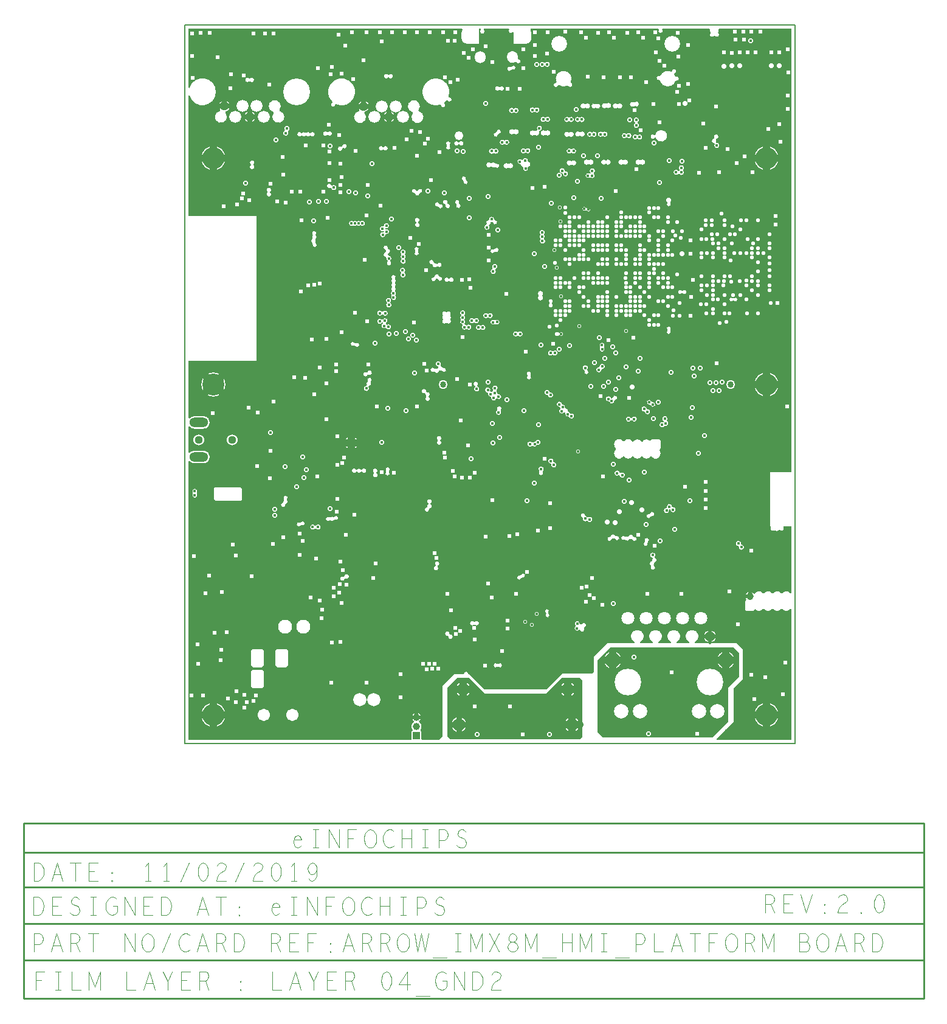
<source format=gbr>
G04 ================== begin FILE IDENTIFICATION RECORD ==================*
G04 Layout Name:  EI_ARROW_IMX8M_HMI_PLATFORM_17_00666_02.brd*
G04 Film Name:    L4_GND2.gbr*
G04 File Format:  Gerber RS274X*
G04 File Origin:  Cadence Allegro 17.2-P019*
G04 Origin Date:  Mon Feb 11 12:30:40 2019*
G04 *
G04 Layer:  DRAWING FORMAT/L4*
G04 Layer:  DRAWING FORMAT/FILM_LABEL_OUTLINE*
G04 Layer:  VIA CLASS/L4_GND2*
G04 Layer:  PIN/L4_GND2*
G04 Layer:  ETCH/L4_GND2*
G04 Layer:  DRAWING FORMAT/FILM_TITLE_BLOCK*
G04 Layer:  BOARD GEOMETRY/OUTLINE*
G04 *
G04 Offset:    (0.00 0.00)*
G04 Mirror:    No*
G04 Mode:      Positive*
G04 Rotation:  0*
G04 FullContactRelief:  No*
G04 UndefLineWidth:     5.00*
G04 ================== end FILE IDENTIFICATION RECORD ====================*
%FSLAX25Y25*MOIN*%
%IR0*IPPOS*OFA0.00000B0.00000*MIA0B0*SFA1.00000B1.00000*%
%ADD11O,.103X.052*%
%ADD19C,.05*%
%ADD14C,.06*%
%ADD18C,.016*%
%ADD15C,.07*%
%ADD10C,.034*%
%ADD12C,.044*%
%ADD21C,.055*%
%ADD22C,.083*%
%ADD17C,.03937*%
%ADD16R,.03937X.03937*%
%ADD13C,.12*%
%ADD20O,.038X.042*%
%ADD23C,.01*%
%ADD24C,.02*%
%ADD25C,.03*%
%ADD26C,.04*%
%ADD27C,.025*%
%ADD28C,.004*%
%ADD29C,.005*%
%ADD45C,.02104*%
%ADD39C,.02204*%
%ADD31C,.05004*%
%ADD38C,.02404*%
%ADD32C,.06004*%
%ADD44C,.07104*%
%ADD43C,.06204*%
%ADD36C,.07204*%
%ADD47C,.08204*%
%ADD37C,.02804*%
%ADD42C,.06604*%
%ADD40C,.04804*%
%ADD34C,.07604*%
%ADD33C,.06704*%
%ADD50C,.09504*%
%ADD46C,.08604*%
%ADD49C,.07904*%
%ADD35C,.13204*%
%ADD48C,.14604*%
%ADD41C,.14704*%
%ADD30O,.05934X.06524*%
G75*
%LPD*%
G75*
G36*
G01X129770Y6368D02*
G03X129235Y7124I-801J0D01*
G02X129107Y7602I100J283D01*
G03X128446Y11763I-2107J1798D01*
G02X128435Y12268I156J256D01*
G03X125565I-1435J2132D01*
G02X125554Y11763I-167J-249D01*
G03X124893Y7602I1446J-2363D01*
G02X124765Y7124I-228J-195D01*
G03X124230Y6368I266J-756D01*
G01Y2432D01*
G03X124236Y2337I801J3D01*
G02X123938Y2001I-298J-36D01*
G01X2001D01*
Y154684D01*
G02X2532Y154876I300J0D01*
G03X5147Y153650I2615J2176D01*
G01X10247D01*
G03Y160452I0J3401D01*
G01X5147D01*
G03X2532Y159226I0J-3402D01*
G02X2001Y159418I-231J192D01*
G01Y173582D01*
G02X2532Y173774I300J0D01*
G03X5147Y172548I2615J2176D01*
G01X10247D01*
G03Y179350I0J3401D01*
G01X5147D01*
G03X2532Y178124I0J-3402D01*
G02X2001Y178316I-231J192D01*
G01Y209898D01*
X39170D01*
Y289002D01*
X2001D01*
Y354905D01*
G02X2588Y354993I300J0D01*
G03Y359301I7029J2154D01*
G02X2001Y359389I-287J88D01*
G01Y391700D01*
X152009D01*
G02X152252Y391223I1J-300D01*
G03X151642Y389357I2554J-1868D01*
G01Y386601D01*
G03X154806Y383438I3164J1D01*
G01X161416D01*
Y391700D01*
X162197D01*
G02X162377Y391160I0J-300D01*
G03X163823I723J-960D01*
G02X164003Y391700I180J240D01*
G01X177598D01*
G02X177838Y391220I0J-300D01*
G03X179748Y389761I962J-720D01*
G02X180284Y389577I236J-185D01*
G01Y383438D01*
X186894D01*
G03X190058Y386601I0J3164D01*
G01Y389357D01*
G03X189448Y391223I-3164J-2D01*
G02X189691Y391700I242J177D01*
G01X259598D01*
G02X259838Y391220I0J-300D01*
G03X261762I962J-720D01*
G02X262002Y391700I240J180D01*
G01X287552D01*
G02X287831Y391290I0J-300D01*
G03X288335Y389817I1119J-440D01*
G02X288345Y389308I-153J-258D01*
G03X290100Y387815I655J-1008D01*
G02X290639Y387835I274J-121D01*
G03X292431Y389354I1061J565D01*
G02X292411Y389813I183J238D01*
G03X292663Y391260I-811J887D01*
G02X292929Y391700I266J140D01*
G01X332645D01*
Y148846D01*
X320820D01*
Y118922D01*
X321184D01*
G02X321434Y118455I0J-300D01*
G03X323222Y116882I1001J-664D01*
G02X323659Y116834I196J-227D01*
G03X325697Y117014I963J719D01*
G02X326204Y117061I268J-135D01*
G03X328161Y118455I956J729D01*
G02X328411Y118922I250J167D01*
G01X332645D01*
Y82421D01*
G02X332094Y82257I-300J0D01*
G03X327581Y82276I-2263J-1476D01*
G02X327081I-250J166D01*
G03X322581I-2250J-1495D01*
G02X322081I-250J166D01*
G03X317581I-2250J-1495D01*
G02X317081I-250J166D01*
G03X312476Y82105I-2250J-1495D01*
G02X311960Y82095I-261J148D01*
G03X307330Y80781I-2129J-1314D01*
G01Y80381D01*
G03X307815Y78900I2501J-1D01*
G02X307671Y78439I-242J-177D01*
G03X307130Y77681I261J-758D01*
G01Y73481D01*
G03X307931Y72680I801J0D01*
G01X311731D01*
G03X312532Y73481I0J801D01*
G01Y73656D01*
X312751D01*
X312795Y73605D01*
G03X317081Y73886I2036J1776D01*
G02X317581I250J-166D01*
G03X322081I2250J1495D01*
G02X322581I250J-166D01*
G03X327081I2250J1495D01*
G02X327581I250J-166D01*
G03X332094Y73905I2250J1495D01*
G02X332645Y73741I251J-164D01*
G01Y2001D01*
X291625D01*
G02X291413Y2513I0J300D01*
G01X301000Y12100D01*
Y30300D01*
X305900Y35200D01*
Y39664D01*
G03Y40936I-1020J636D01*
G01Y51700D01*
X302600Y55000D01*
X279737D01*
G02X279609Y55572I-1J300D01*
G03X276591I-1509J3215D01*
G02X276463Y55000I-127J-272D01*
G01X269737D01*
G02X269609Y55572I-1J300D01*
G03X266591I-1509J3215D01*
G02X266463Y55000I-127J-272D01*
G01X259737D01*
G02X259609Y55572I-1J300D01*
G03X256591I-1509J3215D01*
G02X256463Y55000I-127J-272D01*
G01X249737D01*
G02X249609Y55572I-1J300D01*
G03X246591I-1509J3215D01*
G02X246463Y55000I-127J-272D01*
G01X231800D01*
X224400Y47600D01*
Y39500D01*
X223300Y38400D01*
X206900D01*
X198300Y29800D01*
X164300D01*
X156000Y38100D01*
X155359D01*
X155349Y38239D01*
G03X152951I-1199J-89D01*
G01X152941Y38100D01*
X147700D01*
X141200Y31600D01*
Y4000D01*
X139201Y2001D01*
X130062D01*
G02X129764Y2337I0J300D01*
G03X129770Y2432I-795J98D01*
G01Y6368D01*
G37*
G36*
G01X144100Y3800D02*
Y30700D01*
X149500Y36100D01*
X156000D01*
X164600Y27500D01*
X198000D01*
X206700Y36200D01*
X216700D01*
X218000Y34900D01*
Y3800D01*
X216500Y2300D01*
X145600D01*
X144100Y3800D01*
G37*
G36*
G01X229350Y3250D02*
X226400Y6200D01*
Y45900D01*
X233150Y52650D01*
X300850D01*
X303900Y49600D01*
Y40996D01*
G03Y39604I980J-696D01*
G01Y36700D01*
X298100Y30900D01*
Y12200D01*
X289150Y3250D01*
X229350D01*
G37*
%LPC*%
G75*
G36*
G01X36364Y31267D02*
Y39567D01*
G02X37165Y40368I801J0D01*
G01X42365D01*
G02X43166Y39567I0J-801D01*
G01Y31267D01*
G02X42365Y30466I-801J0D01*
G01X37165D01*
G02X36364Y31267I0J801D01*
G37*
G36*
G01Y42684D02*
Y50984D01*
G02X37165Y51786I801J1D01*
G01X42365D01*
G02X43166Y50984I-1J-802D01*
G01Y42684D01*
G02X42365Y41882I-801J-1D01*
G01X37165D01*
G02X36364Y42684I1J802D01*
G37*
G36*
G01X49750D02*
Y50984D01*
G02X50551Y51786I801J1D01*
G01X55751D01*
G02X56552Y50984I-1J-802D01*
G01Y42684D01*
G02X55751Y41882I-801J-1D01*
G01X50551D01*
G02X49750Y42684I1J802D01*
G37*
G36*
G01X30701Y133198D02*
X16699D01*
X15798Y134099D01*
Y139801D01*
X16399Y140402D01*
X30701D01*
X31202Y139901D01*
Y133699D01*
X30701Y133198D01*
G37*
G36*
G01X182531Y375353D02*
G03X182841Y375001I295J-53D01*
G02X181792Y373335I59J-1201D01*
G03X181340Y373463I-277J-116D01*
G02X176643Y375873I-1730J2410D01*
G01Y376463D01*
G02X182577I2967J0D01*
G01Y375873D01*
G02X182531Y375353I-2967J0D01*
G37*
G36*
G01X197619Y371307D02*
G03X197144Y371289I-231J-192D01*
G02X197081Y372993I-1144J811D01*
G03X197556Y373011I231J192D01*
G02X197619Y371307I1144J-811D01*
G37*
G36*
G01X179429Y369295D02*
G03X178984Y369181I-175J-244D01*
G02X178599Y370678I-1084J519D01*
G03X179044Y370792I175J244D01*
G02X179429Y369295I1084J-519D01*
G37*
G36*
G01X111857Y364938D02*
G03X111377I-240J-180D01*
G02Y366384I-960J723D01*
G03X111857I240J180D01*
G02Y364938I960J-723D01*
G37*
G36*
G01X35723Y362938D02*
G03X35243I-240J-180D01*
G02Y364384I-960J723D01*
G03X35723I240J180D01*
G02Y362938I960J-723D01*
G37*
G36*
G01X269284Y363173D02*
G03X268896Y362981I-102J-282D01*
G02X260598Y363320I-4103J1293D01*
G03X260225Y363543I-293J-66D01*
G02X260420Y365784I-325J1157D01*
G03X260826Y365938I130J270D01*
G02X266667Y368146I3967J-1664D01*
G03X267098Y368413I131J270D01*
G02X268506Y367216I1202J-13D01*
G03X268313Y366748I52J-295D01*
G02X268880Y365616I-3521J-2472D01*
G03X269271Y365428I285J93D01*
G02X269284Y363173I422J-1125D01*
G37*
G36*
G01X172803Y358216D02*
G03X172323I-240J-180D01*
G02Y359662I-960J723D01*
G03X172803I240J180D01*
G02Y358216I960J-723D01*
G37*
G36*
G01X82924Y350332D02*
G03X82502Y350066I-122J-274D01*
G02X80804Y351195I-1202J34D01*
G03X80885Y351687I-124J273D01*
G02X82924Y350332I5032J5360D01*
G37*
G36*
G01X246793Y349259D02*
G03X246404Y349222I-173J-245D01*
G02X246202Y351341I-1009J973D01*
G03X246591Y351378I173J245D01*
G02X246793Y349259I1009J-973D01*
G37*
G36*
G01X143978Y352468D02*
G03X143461Y352545I-280J-107D01*
G02X142229Y351296I-5813J4501D01*
G03X142253Y350809I187J-235D01*
G02X140398Y349798I-653J-1009D01*
G03X140002Y350082I-300J0D01*
G02X144538Y354480I-2353J6965D01*
G03X144876Y354081I281J-104D01*
G02X143978Y352468I224J-1181D01*
G37*
G36*
G01X231388Y348535D02*
G03X231176Y348518I-98J-114D01*
G02X231018Y350489I-1070J906D01*
G03X231230Y350506I98J114D01*
G02X231388Y348535I1070J-906D01*
G37*
G36*
G01X237497Y348322D02*
G03X237075I-211J-213D01*
G02Y350310I-989J994D01*
G03X237497I211J213D01*
G02Y348322I989J-994D01*
G37*
G36*
G01X219780D02*
G03X219358I-211J-213D01*
G02Y350310I-989J994D01*
G03X219780I211J213D01*
G02Y348322I989J-994D01*
G37*
G36*
G01X225199Y350370D02*
G03X225591Y350368I197J226D01*
G02X225576Y348246I909J-1067D01*
G03X225184Y348248I-197J-226D01*
G02X225199Y350370I-909J1067D01*
G37*
G36*
G01X191956Y346197D02*
G03X191534I-211J-213D01*
G02Y348185I-989J994D01*
G03X191956I211J213D01*
G02Y346197I989J-994D01*
G37*
G36*
G01X180566Y345897D02*
G03X180144I-211J-213D01*
G02Y347885I-989J994D01*
G03X180566I211J213D01*
G02Y345897I989J-994D01*
G37*
G36*
G01X197866Y341055D02*
G03X197444I-211J-213D01*
G02Y343043I-989J994D01*
G03X197866I211J213D01*
G02Y341055I989J-994D01*
G37*
G36*
G01X216758Y340922D02*
G03X216336I-211J-213D01*
G02Y342910I-989J994D01*
G03X216758I211J213D01*
G02Y340922I989J-994D01*
G37*
G36*
G01X210848D02*
G03X210426I-211J-213D01*
G02Y342910I-989J994D01*
G03X210848I211J213D01*
G02Y340922I989J-994D01*
G37*
G36*
G01X48752Y345549D02*
G03X48589Y346041I-225J198D01*
G02X51742Y347091I675J3232D01*
G03X51905Y346599I225J-198D01*
G02X48752Y345549I-675J-3232D01*
G37*
G36*
G01X19275Y346637D02*
G03X19451Y347140I-42J297D01*
G02X22226Y346215I2253J2133D01*
G03X22065Y345707I50J-295D01*
G02X19275Y346637I-2330J-2340D01*
G37*
G36*
G01X125052Y345449D02*
G03X124889Y345941I-225J198D01*
G02X128042Y346991I675J3232D01*
G03X128205Y346499I225J-198D01*
G02X125052Y345449I-675J-3232D01*
G37*
G36*
G01X98526Y346115D02*
G03X98365Y345607I50J-295D01*
G02X95575Y346537I-2330J-2340D01*
G03X95751Y347040I-42J297D01*
G02X98526Y346115I2253J2133D01*
G37*
G36*
G01X180623Y334224D02*
G03X180201I-211J-213D01*
G02Y336212I-989J994D01*
G03X180623I211J213D01*
G02Y334224I989J-994D01*
G37*
G36*
G01X197978Y333575D02*
G03X197556I-211J-213D01*
G02Y335563I-989J994D01*
G03X197978I211J213D01*
G02Y333575I989J-994D01*
G37*
G36*
G01X56585Y335726D02*
G03X56461Y335285I125J-273D01*
G02X54715Y335774I-1161J-785D01*
G03X54839Y336215I-125J273D01*
G02X56585Y335726I1161J785D01*
G37*
G36*
G01X78451Y333487D02*
G03X77971I-240J-180D01*
G02Y334933I-960J723D01*
G03X78451I240J180D01*
G02Y333487I960J-723D01*
G37*
G36*
G01X64277Y333080D02*
G03X63797I-240J-180D01*
G02Y334526I-960J723D01*
G03X64277I240J180D01*
G02X66167Y334564I960J-723D01*
G03X66632I233J190D01*
G02X68522Y334526I930J-761D01*
G03X69002I240J180D01*
G02Y333080I960J-723D01*
G03X68522I-240J-180D01*
G02X66632Y333042I-960J723D01*
G03X66167I-233J-190D01*
G02X64277Y333080I-930J761D01*
G37*
G36*
G01X216870Y332942D02*
G03X216448I-211J-213D01*
G02Y334930I-989J994D01*
G03X216870I211J213D01*
G02Y332942I989J-994D01*
G37*
G36*
G01X229312Y332863D02*
G03X228896I-208J-216D01*
G02Y334883I-972J1010D01*
G03X229312I208J216D01*
G02Y332863I972J-1010D01*
G37*
G36*
G01X223402D02*
G03X222986I-208J-216D01*
G02Y334883I-972J1010D01*
G03X223402I208J216D01*
G02Y332863I972J-1010D01*
G37*
G36*
G01X210848Y332854D02*
G03X210426I-211J-213D01*
G02Y334842I-989J994D01*
G03X210848I211J213D01*
G02Y332854I989J-994D01*
G37*
G36*
G01X172011Y334101D02*
G03X171691Y333762I-23J-299D01*
G02X170589Y334799I-1191J-162D01*
G03X170909Y335138I23J299D01*
G02X172011Y334101I1191J162D01*
G37*
G36*
G01X242448Y332085D02*
G03X242026I-211J-213D01*
G02Y334073I-989J994D01*
G03X242448I211J213D01*
G02Y332085I989J-994D01*
G37*
G36*
G01X248358Y331351D02*
G03X247936I-211J-213D01*
G02Y333339I-989J994D01*
G03X248358I211J213D01*
G02Y331351I989J-994D01*
G37*
G36*
G01X175474Y328530D02*
G03X175052I-211J-213D01*
G02Y330518I-989J994D01*
G03X175474I211J213D01*
G02Y328530I989J-994D01*
G37*
G36*
G01X145221Y327917D02*
G03X145220Y327478I204J-220D01*
G02X143583Y327483I-821J-878D01*
G03X143584Y327922I-204J220D01*
G02X145221Y327917I821J878D01*
G37*
G36*
G01X187048Y323788D02*
G03X186626I-211J-213D01*
G02Y325776I-989J994D01*
G03X187048I211J213D01*
G02Y323788I989J-994D01*
G37*
G36*
G01X212158Y323608D02*
G03X211736I-211J-213D01*
G02Y325596I-989J994D01*
G03X212158I211J213D01*
G02Y323608I989J-994D01*
G37*
G36*
G01X169564Y323588D02*
G03X169142I-211J-213D01*
G02Y325576I-989J994D01*
G03X169564I211J213D01*
G02Y323588I989J-994D01*
G37*
G36*
G01X250015Y317576D02*
G03X249593I-211J-213D01*
G02Y319564I-989J994D01*
G03X250015I211J213D01*
G02Y317576I989J-994D01*
G37*
G36*
G01X240566D02*
G03X240144I-211J-213D01*
G02Y319564I-989J994D01*
G03X240566I211J213D01*
G02Y317576I989J-994D01*
G37*
G36*
G01X231117D02*
G03X230695I-211J-213D01*
G02Y319564I-989J994D01*
G03X231117I211J213D01*
G02Y317576I989J-994D01*
G37*
G36*
G01X221668D02*
G03X221246I-211J-213D01*
G02Y319564I-989J994D01*
G03X221668I211J213D01*
G02Y317576I989J-994D01*
G37*
G36*
G01X212219Y317201D02*
G03X211797I-211J-213D01*
G02Y319189I-989J994D01*
G03X212219I211J213D01*
G02Y317201I989J-994D01*
G37*
G36*
G01X170342Y317747D02*
G03X170744Y317626I263J145D01*
G02X170334Y315854I561J-1063D01*
G03X169920Y315923I-242J-177D01*
G02X168125Y316076I-806J1147D01*
G03X167703I-211J-213D01*
G02Y318064I-989J994D01*
G03X168125I211J213D01*
G02X170342Y317747I989J-994D01*
G37*
G36*
G01X177574Y315576D02*
G03X177152I-211J-213D01*
G02Y317564I-989J994D01*
G03X177574I211J213D01*
G02Y315576I989J-994D01*
G37*
G36*
G01X37609Y317377D02*
G03Y316897I180J-240D01*
G02X36163I-723J-960D01*
G03Y317377I-180J240D01*
G02X37609I723J960D01*
G37*
G36*
G01X188322Y316003D02*
G03X188109Y315603I67J-292D01*
G02X185493Y315607I-1309J-503D01*
G03X185283Y316007I-280J108D01*
G02X184216Y317240I329J1363D01*
G03X183879Y317509I-298J-28D01*
G02X184815Y319750I-179J1391D01*
G03X185344Y319856I239J182D01*
G02X188050Y319121I1356J-356D01*
G03X188281Y318746I289J-81D01*
G02X188322Y316003I-269J-1376D01*
G37*
G36*
G01X208302Y313899D02*
G03X208619Y313600I300J0D01*
G02X207298Y312201I81J-1400D01*
G03X206981Y312500I-300J0D01*
G02X208302Y313899I-81J1400D01*
G37*
G36*
G01X222005Y312271D02*
G03X222396Y312275I193J229D01*
G02X222455Y312324I925J-1054D01*
G03X222474Y312778I-186J235D01*
G02X224302Y312699I960J1022D01*
G03X224283Y312245I186J-235D01*
G02X222418Y310152I-960J-1022D01*
G03X222027Y310148I-193J-229D01*
G02X222005Y312271I-927J1052D01*
G37*
G36*
G01X152866Y308029D02*
G03X152656Y308431I-279J110D01*
G02X154052Y309159I278J1169D01*
G03X154262Y308757I279J-110D01*
G02X152866Y308029I-278J-1169D01*
G37*
G36*
G01X126206Y301359D02*
G03X125867Y301622I-298J-34D01*
G02X126895Y302953I-166J1190D01*
G03X127234Y302690I298J34D01*
G02X127408Y302702I169J-1190D01*
G03X127708Y302964I2J300D01*
G02X128892Y301610I1192J-152D01*
G03X128592Y301348I-2J-300D01*
G02X126206Y301359I-1192J152D01*
G37*
G36*
G01X46762Y302390D02*
G03Y301910I180J-240D01*
G02X45316I-723J-960D01*
G03Y302390I-180J240D01*
G02X46762I723J960D01*
G37*
G36*
G01X266238Y296626D02*
G03X266197Y296203I190J-232D01*
G02X264499I-849J-703D01*
G03X264458Y296626I-231J191D01*
G02X266238I890J1083D01*
G37*
G36*
G01X150346Y296108D02*
G03X150493Y295682I261J-148D01*
G02X148991Y295162I-456J-1112D01*
G03X148844Y295588I-261J148D01*
G02X150346Y296108I456J1112D01*
G37*
G36*
G01X139413Y295739D02*
G03X139802Y295534I290J78D01*
G02X139040Y294086I398J-1134D01*
G03X138651Y294291I-290J-78D01*
G02X139413Y295739I-398J1134D01*
G37*
G36*
G01X92375Y284002D02*
G02Y285998I-985J998D01*
G02X94345I985J-998D01*
G02X96315I985J-998D01*
G02Y284002I985J-998D01*
G02X94345I-985J998D01*
G02X92375I-985J998D01*
G37*
G36*
G01X196927Y276846D02*
G03X196963Y276405I220J-204D01*
G02X195073Y276254I-863J-1105D01*
G03X195037Y276695I-220J204D01*
G02X194911Y278794I863J1105D01*
G03Y279006I-106J106D01*
G02X196889I989J994D01*
G03Y278794I106J-106D01*
G02X196927Y276846I-989J-994D01*
G37*
G36*
G01X71447Y274726D02*
G03X71579Y274289I253J-162D01*
G02X70085Y273835I-481J-1101D01*
G03X69953Y274272I-253J162D01*
G02X69870Y276434I481J1101D01*
G03X69983Y276859I-141J265D01*
G02X70143Y278343I1017J641D01*
G03X70123Y278783I-213J211D01*
G02X71757Y278857I777J917D01*
G03X71777Y278417I213J-211D01*
G02X71564Y276439I-777J-917D01*
G03X71451Y276014I141J-265D01*
G02X71447Y274726I-1017J-641D01*
G37*
G36*
G01X170230Y269502D02*
G03X169791Y269379I-167J-249D01*
G02X169370Y270882I-1091J505D01*
G03X169809Y271005I167J249D01*
G02X170230Y269502I1091J-505D01*
G37*
G36*
G01X127807Y270041D02*
G03X127815Y269571I190J-232D01*
G02X126319Y269544I-731J-954D01*
G03X126311Y270014I-190J232D01*
G02X127807Y270041I731J954D01*
G37*
G36*
G01X120624Y265769D02*
G03Y265317I198J-226D01*
G02X118776I-924J-1054D01*
G03Y265769I-198J226D01*
G02X118722Y267828I924J1054D01*
G03Y268257I-209J214D01*
G02X120678I978J1005D01*
G03Y267828I209J-215D01*
G02X120624Y265769I-978J-1005D01*
G37*
G36*
G01X170346Y260033D02*
G03X170205Y259563I95J-285D01*
G02X168654Y260029I-1105J-863D01*
G03X168795Y260499I-95J285D01*
G02X170346Y260033I1105J863D01*
G37*
G36*
G01X120423Y258351D02*
G03X120458Y257909I219J-205D01*
G02X118579Y257761I-858J-1109D01*
G03X118544Y258203I-219J205D01*
G02X120423Y258351I858J1109D01*
G37*
G36*
G01X137951Y254752D02*
G03X137601Y254445I-50J-296D01*
G02X136601Y255585I-1201J-45D01*
G03X136951Y255892I50J296D01*
G02X139342Y256107I1201J45D01*
G03X139703Y255857I297J43D01*
G02X138771Y254513I258J-1174D01*
G03X138410Y254763I-297J-43D01*
G02X137951Y254752I-258J1174D01*
G37*
G36*
G01X113538Y247806D02*
G03X113567Y248254I-184J237D01*
G02X113602Y249980I853J846D01*
G03Y250420I-205J220D01*
G02X113647Y252220I818J880D01*
G03Y252680I-193J230D01*
G02X113515Y254391I773J920D01*
G03X113511Y254791I-226J198D01*
G02X115305Y254809I889J809D01*
G03X115309Y254409I226J-198D01*
G02X115193Y252680I-889J-809D01*
G03Y252220I193J-230D01*
G02X115238Y250420I-773J-920D01*
G03Y249980I205J-220D01*
G02X115259Y248239I-818J-880D01*
G03X115280Y247791I210J-215D01*
G02X115434Y245753I-880J-1091D01*
G03Y245347I221J-203D01*
G02X113366I-1034J-947D01*
G03Y245753I-221J203D01*
G02X113538Y247806I1034J947D01*
G37*
G36*
G01X195994Y245611D02*
G03Y245189I213J-211D01*
G02X194006I-994J-989D01*
G03Y245611I-213J211D01*
G02X195994I994J989D01*
G37*
G36*
G01X112698Y241804D02*
G03X112714Y241363I211J-213D01*
G02X110814Y241296I-914J-1063D01*
G03X110798Y241737I-211J213D01*
G02X112698Y241804I914J1063D01*
G37*
G36*
G01X166439Y233506D02*
G03X166017I-211J-213D01*
G02Y235494I-989J994D01*
G03X166439I211J213D01*
G02Y233506I989J-994D01*
G37*
G36*
G01X158801Y230706D02*
G03X158379I-211J-213D01*
G02Y232694I-989J994D01*
G03X158801I211J213D01*
G02Y230706I989J-994D01*
G37*
G36*
G01X143746Y230569D02*
G03X143266Y230565I-238J-182D01*
G02X141482Y232160I-967J714D01*
G03Y232600I-205J220D01*
G02Y234360I818J880D01*
G03Y234800I-205J220D01*
G02X143220Y236453I818J880D01*
G03X143680I230J193D01*
G02X145465Y234846I920J-773D01*
G03X145485Y234410I216J-209D01*
G02X145518Y232620I-785J-910D01*
G03Y232180I205J-220D01*
G02X143746Y230569I-817J-881D01*
G37*
G36*
G01X170240Y229870D02*
G03X169838Y229867I-199J-224D01*
G02X169822Y231948I-948J1033D01*
G03X170224Y231951I199J224D01*
G02X170240Y229870I948J-1033D01*
G37*
G36*
G01X162429Y226962D02*
G03X162007I-211J-213D01*
G02Y228950I-989J994D01*
G03X162429I211J213D01*
G02Y226962I989J-994D01*
G37*
G36*
G01X266116Y226714D02*
G03Y226286I211J-214D01*
G02X264572I-772J-786D01*
G03Y226714I-211J214D01*
G02X266116I772J786D01*
G37*
G36*
G01X182821Y223527D02*
G03X182399I-211J-213D01*
G02Y225515I-989J994D01*
G03X182821I211J213D01*
G02Y223527I989J-994D01*
G37*
G36*
G01X93164Y219507D02*
G03X93623Y219417I266J139D01*
G02X93336Y217940I777J-917D01*
G03X92877Y218030I-266J-139D01*
G02X93164Y219507I-777J917D01*
G37*
G36*
G01X229802Y217422D02*
G03X229806Y217018I224J-200D01*
G02X227732Y216995I-1027J-955D01*
G03X227728Y217399I-224J200D01*
G02X229802Y217422I1027J955D01*
G37*
G36*
G01X201507Y214975D02*
G03X201930Y214967I216J209D01*
G02X201893Y212980I970J-1012D01*
G03X201470Y212988I-216J-209D01*
G02X201507Y214975I-970J1012D01*
G37*
G36*
G01X228781Y205198D02*
G03X228478Y204885I-3J-300D01*
G02X227096Y206225I-1401J-62D01*
G03X227399Y206538I3J300D01*
G02X228781Y205198I1401J62D01*
G37*
G36*
G01X220667Y204990D02*
G03X220743Y204537I228J-195D01*
G02X219144Y204180I-608J-1037D01*
G03X219021Y204623I-247J170D01*
G02X220667Y204990I579J1277D01*
G37*
G36*
G01X187858Y201458D02*
G03X187846Y201897I-210J214D01*
G02X189481Y201942I793J903D01*
G03X189493Y201503I210J-214D01*
G02X187858Y201458I-793J-903D01*
G37*
G36*
G01X199995Y192600D02*
G03X200337Y192324I299J21D01*
G02X199137Y190840I199J-1388D01*
G03X198795Y191116I-299J-21D01*
G02X199995Y192600I-199J1388D01*
G37*
G36*
G01X171190Y189034D02*
G03X170714Y188910I-195J-228D01*
G02X168018Y189637I-1314J489D01*
G03X167707Y189987I-296J50D01*
G02X166328Y191898I-73J1400D01*
G03X166059Y192307I-279J109D01*
G02X167414Y193197I49J1401D01*
G03X167683Y192788I279J-109D01*
G02X168234Y192654I-49J-1401D01*
G03X168634Y192798I128J271D01*
G02X169084Y193341I1270J-594D01*
G03X169119Y193799I-175J244D01*
G02X170920Y193663I981J1001D01*
G03X170885Y193205I175J-244D01*
G02X171244Y191792I-981J-1001D01*
G03X171631Y191421I287J-88D01*
G02X171190Y189034I469J-1321D01*
G37*
G36*
G01X235811Y188268D02*
G03X235495Y187939I-18J-299D01*
G02X232751Y187419I-1395J-138D01*
G03X232577Y187526I-145J-40D01*
G02X233649Y189281I-277J1374D01*
G03X233823Y189174I145J40D01*
G02X234332Y189183I279J-1374D01*
G03X234681Y189476I49J296D01*
G02X235811Y188268I1202J-8D01*
G37*
G36*
G01X255964Y187409D02*
G03X256309Y187210I285J95D01*
G02X255259Y185393I280J-1374D01*
G03X254914Y185592I-285J-95D01*
G02X255964Y187409I-280J1374D01*
G37*
G36*
G01X253190Y183537D02*
G03X253522Y183278I297J39D01*
G02X252292Y181705I160J-1393D01*
G03X251960Y181964I-297J-39D01*
G02X253190Y183537I-160J1393D01*
G37*
G36*
G01X173180Y182738D02*
G03X173130Y182329I192J-231D01*
G02X171254Y182687I-1130J-829D01*
G03X171358Y183085I-159J254D01*
G02X173180Y182738I1054J577D01*
G37*
G36*
G01X208670Y180904D02*
G03X208486Y181272I-287J86D01*
G02X208211Y181415I412J1129D01*
G03X207800Y181349I-171J-246D01*
G02X205915Y183368I-1120J844D01*
G03X205959Y183575I-82J126D01*
G02X205739Y184223I1177J761D01*
G03X205433Y184498I-299J-25D01*
G02X206797Y186013I-33J1402D01*
G03X207103Y185738I299J25D01*
G02X208491Y183975I33J-1402D01*
G03X208804Y183598I290J-78D01*
G02X210087Y182210I96J-1198D01*
G03X210318Y181869I296J-48D01*
G02X211346Y180934I-305J-1368D01*
G03X211535Y180838I143J47D01*
G02X210635Y179071I433J-1333D01*
G03X210446Y179167I-143J-47D01*
G02X208670Y180904I-433J1334D01*
G37*
G36*
G01X262661Y176300D02*
G03X262562Y176752I-236J185D01*
G02X264304Y177135I639J1248D01*
G03X264403Y176683I236J-185D01*
G02X263195Y174154I-638J-1248D01*
G03X263000Y174085I-61J-137D01*
G02X262320Y176001I-1250J635D01*
G03X262515Y176070I61J137D01*
G02X262661Y176300I1251J-633D01*
G37*
G36*
G01X193317Y163727D02*
G03X193142Y163621I-31J-147D01*
G02X190693Y163138I-1348J385D01*
G03X190236Y163155I-236J-185D01*
G02X190301Y164968I-1036J945D01*
G03X190758Y164951I236J185D01*
G02X192077Y165379I1036J-945D01*
G03X192252Y165485I31J147D01*
G02X193317Y163727I1348J-385D01*
G37*
G36*
G01X260818Y166083D02*
Y161883D01*
G02X260412Y161186I-801J0D01*
G03X260316Y160751I148J-261D01*
G02X260818Y159183I-2200J-1569D01*
G01Y158783D01*
G02X255866Y157288I-2702J0D01*
G03X255366I-250J-166D01*
G02X250866I-2250J1495D01*
G03X250366I-250J-166D01*
G02X245866I-2250J1495D01*
G03X245366I-250J-166D01*
G02X240866I-2250J1495D01*
G03X240366I-250J-166D01*
G02X235414Y158783I-2250J1495D01*
G01Y159183D01*
G02X236380Y161253I2701J0D01*
G03Y161713I-192J230D01*
G02X235414Y163783I1735J2070D01*
G01Y164183D01*
G02X240366Y165678I2702J0D01*
G03X240866I250J166D01*
G02X245471Y165507I2250J-1495D01*
G03X245987Y165497I261J148D01*
G02X250348Y165312I2129J-1314D01*
G03X250884I268J135D01*
G02X255143Y165649I2232J-1129D01*
G01X255188Y165587D01*
X255414D01*
Y166083D01*
G02X256216Y166884I802J-1D01*
G01X260016D01*
G02X260818Y166083I1J-801D01*
G37*
G36*
G01X202112Y154471D02*
G03X202392Y154101I292J-70D01*
G02X200974Y153029I-55J-1401D01*
G03X200694Y153399I-292J70D01*
G02X202112Y154471I55J1401D01*
G37*
G36*
G01X196286Y149313D02*
G03X196241Y148893I189J-233D01*
G02X194434Y148969I-937J-753D01*
G03X194425Y149392I-217J207D01*
G02X196286Y149313I975J1008D01*
G37*
G36*
G01X110372Y148956D02*
G03X110394Y149415I-182J239D01*
G02X111938Y149342I815J883D01*
G03X111916Y148883I182J-239D01*
G02X110372Y148956I-815J-883D01*
G37*
G36*
G01X4339Y136942D02*
G03X4338Y137334I-228J195D01*
G02X6459Y137336I1060J918D01*
G03X6460Y136944I228J-195D01*
G02X4339Y136942I-1060J-918D01*
G37*
G36*
G01X55332Y131308D02*
G03X55076Y130948I38J-298D01*
G02X53748Y131892I-1176J-248D01*
G03X54004Y132252I-38J298D01*
G02X54362Y133380I1176J248D01*
G03Y133820I-205J220D01*
G02X55998I818J880D01*
G03Y133380I205J-220D01*
G02X55332Y131308I-818J-880D01*
G37*
G36*
G01X265732Y128498D02*
G03X265453Y128111I8J-300D01*
G02X264080Y129102I-1341J-411D01*
G03X264359Y129489I-8J300D01*
G02X267102Y129880I1341J410D01*
G03X267454Y129580I300J-5D01*
G02X266298Y128220I246J-1380D01*
G03X265946Y128520I-300J5D01*
G02X265732Y128498I-250J1380D01*
G37*
G36*
G01X255874Y124628D02*
G03X255484Y124394I-94J-285D01*
G02X254677Y125741I-1184J206D01*
G03X255067Y125975I94J285D01*
G02X255874Y124628I1184J-206D01*
G37*
G36*
G01X79820Y122282D02*
G03X79380I-220J-205D01*
G02Y123918I-880J818D01*
G03X79820I220J205D01*
G02X81386Y124087I880J-818D01*
G03X81821Y124191I171J247D01*
G02X82193Y122634I1058J-570D01*
G03X81758Y122530I-171J-247D01*
G02X79820Y122282I-1058J570D01*
G37*
G36*
G01X220781Y124028D02*
G03X221200Y123951I248J169D01*
G02X220842Y122010I800J-1151D01*
G03X220423Y122087I-248J-169D01*
G02X218260Y123565I-800J1151D01*
G03X218034Y123928I-292J70D01*
G02X219494Y124965I266J1172D01*
G03X219763Y124633I298J-33D01*
G02X220781Y124028I-140J-1395D01*
G37*
G36*
G01X63956Y119613D02*
G03X63527Y119520I-171J-246D01*
G02X63180Y121120I-1034J613D01*
G03X63609Y121213I171J246D01*
G02X63956Y119613I1034J-613D01*
G37*
G36*
G01X234398Y112260D02*
G03X234005Y112009I-95J-284D01*
G02X233191Y113281I-1195J132D01*
G03X233584Y113532I95J284D01*
G02X235920Y113779I1195J-132D01*
G03X236363Y113619I285J95D01*
G02X235859Y112221I637J-1019D01*
G03X235416Y112381I-285J-95D01*
G02X234398Y112260I-637J1019D01*
G37*
G36*
G01X245809Y113485D02*
G03X246202Y113248I296J47D01*
G02X245402Y111925I388J-1138D01*
G03X245009Y112162I-296J-47D01*
G02X244213Y112169I-388J1138D01*
G03X243820Y111959I-102J-282D01*
G02X241637Y111605I-1167J288D01*
G03X241205Y111686I-254J-160D01*
G02X241506Y113295I-715J966D01*
G03X241938Y113214I254J160D01*
G02X243061Y113378I715J-967D01*
G03X243454Y113588I102J282D01*
G02X245809Y113485I1167J-288D01*
G37*
G36*
G01X252158Y110473D02*
G03X252278Y110898I-136J268D01*
G02X253842Y110457I1022J632D01*
G03X253722Y110032I136J-268D01*
G02X252158Y110473I-1022J-632D01*
G37*
G36*
G01X304912Y109360D02*
G03X305192Y109000I294J-60D01*
G02X303752Y107880I-66J-1400D01*
G03X303472Y108240I-294J60D01*
G02X304912Y109360I66J1400D01*
G37*
G36*
G01X184976Y90975D02*
G03X184577Y90755I-105J-281D01*
G02X183824Y92125I-1177J245D01*
G03X184223Y92345I105J281D01*
G02X184976Y90975I1177J-245D01*
G37*
G36*
G01X159040Y65277D02*
G03X158560I-240J-180D01*
G02Y66723I-960J723D01*
G03X159040I240J180D01*
G02Y65277I960J-723D01*
G37*
G36*
G01X145130Y60091D02*
G03X145469Y59752I297J-42D01*
G02X144448Y58731I169J-1190D01*
G03X144109Y59070I-297J42D01*
G02X145130Y60091I-169J1190D01*
G37*
G36*
G01X171808Y42094D02*
G03X171364I-222J-201D01*
G02Y43706I-892J806D01*
G03X171808I222J201D01*
G02Y42094I892J-806D01*
G37*
G36*
G01X204595Y360666D02*
G02X203522Y361996I-1195J134D01*
G03X203823Y362423I30J298D01*
G02X211593Y362429I3884J1851D01*
G03X211749Y362023I271J-129D01*
G02X210208Y360382I-463J-1109D01*
G03X209794Y360512I-269J-133D01*
G02X205076Y360870I-2087J3762D01*
G03X204595Y360666I-183J-237D01*
G37*
G36*
G01X248252Y339941D02*
G02X246866Y339894I-652J-1241D01*
G03X246848Y340416I-157J256D01*
G02X248234Y340463I652J1241D01*
G03X248252Y339941I157J-256D01*
G37*
G36*
G01X191534Y333557D02*
G02Y335545I-989J994D01*
G03X191956I211J213D01*
G02X192951Y335953I989J-994D01*
G03X193211Y336405I1J300D01*
G02X194412Y335716I1207J713D01*
G03X194152Y335264I-1J-300D01*
G02X191956Y333557I-1207J-713D01*
G03X191534I-211J-213D01*
G37*
G36*
G01X258049Y333422D02*
G02X258209Y331897I3172J-438D01*
G03X257662Y331936I-282J-102D01*
G02X257522Y333271I-1062J563D01*
G03X258049Y333422I230J193D01*
G37*
G36*
G01X149980Y328280D02*
G02Y329334I-1080J527D01*
G03X150520I270J131D01*
G02Y328280I1080J-527D01*
G03X149980I-270J-131D01*
G37*
G36*
G01X291520Y329110D02*
G02X290562Y328539I180J-1390D01*
G03X290298Y329014I-243J176D01*
G02X290063Y331406I-85J1199D01*
G03X290279Y331863I-38J297D01*
G02X291446Y331311I1017J641D01*
G03X291230Y330854I38J-297D01*
G02X291228Y329569I-1017J-641D01*
G03X291520Y329110I253J-161D01*
G37*
G36*
G01X108555Y325382D02*
G02Y326818I-964J718D01*
G03X109036I240J179D01*
G02Y325382I964J-718D01*
G03X108555I-240J-179D01*
G37*
G36*
G01X86349Y326064D02*
G02X85842Y327006I-1201J-39D01*
G03X86315Y327260I173J245D01*
G02X86822Y326318I1201J39D01*
G03X86349Y326064I-173J-245D01*
G37*
G36*
G01X273223Y313993D02*
G02X271095Y312221I-923J-1055D01*
G03X270584Y312229I-258J-153D01*
G02X270605Y313697I-1184J751D01*
G03X271116Y313689I258J153D01*
G02X271377Y313993I1183J-752D01*
G03Y314445I-198J226D01*
G02X273223I923J1055D01*
G03Y313993I198J-226D01*
G37*
G36*
G01X80800Y305675D02*
G02X80316Y304376I900J-1075D01*
G03X79846Y304572I-296J-48D01*
G02X80316Y305834I-698J979D01*
G03X80800Y305675I291J71D01*
G37*
G36*
G01X144140Y295772D02*
G02X143044Y295082I-9J-1202D01*
G03X142775Y295510I-271J128D01*
G02X143871Y296200I9J1202D01*
G03X144140Y295772I271J-128D01*
G37*
G36*
G01X220492Y293360D02*
G02X220264Y292130I778J-780D01*
G03X219778Y292220I-274J-122D01*
G02X220006Y293450I-778J780D01*
G03X220492Y293360I274J122D01*
G37*
G36*
G01X128004Y285282D02*
G02X126884Y285204I-486J-1099D01*
G03X126847Y285734I-158J255D01*
G02X127967Y285812I486J1099D01*
G03X128004Y285282I158J-255D01*
G37*
G36*
G01X166689Y283841D02*
G02X165314Y284261I-1039J-941D01*
G03X165481Y284735I-71J292D01*
G02X166545Y286664I953J732D01*
G03X166868Y287013I27J299D01*
G02X169647Y287137I1382J237D01*
G03X169974Y286814I299J-24D01*
G02X168881Y285588I109J-1197D01*
G03X168523Y285875I-300J-7D01*
G02X167988Y285873I-273J1375D01*
G03X167633Y285556I-56J-295D01*
G02X166816Y284327I-1199J-89D01*
G03X166689Y283841I95J-284D01*
G37*
G36*
G01X109882Y278845D02*
G02X108825Y280179I-1402J-25D01*
G03X109198Y280475I73J291D01*
G02Y280530I1402J28D01*
G03X108775Y280809I-300J6D01*
G02X108693Y283401I-575J1279D01*
G03X109098Y283685I105J281D01*
G02X110007Y282387I1402J15D01*
G03X109602Y282103I-105J-281D01*
G02Y282058I-1402J-23D01*
G03X110025Y281779I300J-6D01*
G02X110255Y279141I575J-1279D01*
G03X109882Y278845I-73J-291D01*
G37*
G36*
G01X112595Y264254D02*
G02X111174Y264167I-651J-1010D01*
G03X111122Y264662I-193J230D01*
G02X110433Y266288I658J1238D01*
G03X110156Y266671I-288J83D01*
G02X109947Y269047I44J1201D01*
G03X110167Y269440I-63J293D01*
G02X110163Y270231I1133J401D01*
G03X109929Y270624I-284J97D01*
G02X111266Y271419I200J1185D01*
G03X111500Y271026I284J-97D01*
G02X111553Y268666I-200J-1185D01*
G03X111333Y268273I63J-293D01*
G02X111382Y267653I-1133J-401D01*
G03X111695Y267299I295J-54D01*
G02X112585Y264752I85J-1399D01*
G03X112595Y264254I172J-246D01*
G37*
G36*
G01X138148Y261511D02*
G02X135912Y262285I-1048J589D01*
G03X135544Y262623I-296J47D01*
G02X136445Y263605I-287J1167D01*
G03X136813Y263267I296J-47D01*
G02X138040Y262849I287J-1167D01*
G03X138536Y262889I235J187D01*
G02X138644Y261551I1048J-589D01*
G03X138148Y261511I-235J-187D01*
G37*
G36*
G01X144591Y253460D02*
G02Y254774I-1007J657D01*
G03X145093I251J164D01*
G02Y253460I1007J-657D01*
G03X144591I-251J-164D01*
G37*
G36*
G01X272962Y247978D02*
G02X272952Y246838I938J-578D01*
G03X272438Y246842I-258J-153D01*
G02X272448Y247982I-938J578D01*
G03X272962Y247978I258J153D01*
G37*
G36*
G01X300533Y242660D02*
G02X300524Y243924I-907J626D01*
G03X301016Y243928I245J174D01*
G02X301025Y242664I907J-626D01*
G03X300533Y242660I-245J-174D01*
G37*
G36*
G01X201221Y241043D02*
G02X200081I-570J-943D01*
G03Y241557I-155J257D01*
G02X201221I570J943D01*
G03Y241043I155J-257D01*
G37*
G36*
G01X108631Y236574D02*
G02X108580Y235109I1169J-774D01*
G03X108069Y235126I-261J-148D01*
G02X108120Y236591I-1169J774D01*
G03X108631Y236574I261J148D01*
G37*
G36*
G01X110869Y229497D02*
G02X110387Y227598I731J-1196D01*
G03X109971Y227703I-259J-151D01*
G02X108692Y230191I-731J1197D01*
G03X108782Y230684I-117J276D01*
G02X108679Y230793I966J1016D01*
G03X108177Y230722I-229J-195D01*
G02X107969Y232207I-1277J578D01*
G03X108471Y232278I229J195D01*
G02X110296Y230409I1277J-578D01*
G03X110206Y229916I117J-276D01*
G02X110453Y229602I-967J-1015D01*
G03X110869Y229497I259J151D01*
G37*
G36*
G01X154304Y227202D02*
G02X152334Y229196I-984J998D01*
G03X152157Y229707I-211J213D01*
G02X151331Y232094I163J1393D01*
G03Y232306I-106J106D01*
G02X151500Y234437I989J994D01*
G03X151514Y234913I-175J243D01*
G02X153220Y234863I886J1087D01*
G03X153206Y234387I175J-243D01*
G02X153309Y232306I-886J-1087D01*
G03Y232094I106J-106D01*
G02X153306Y230104I-989J-994D01*
G03X153483Y229593I211J-213D01*
G02X154304Y229198I-164J-1392D01*
G03X154726I211J214D01*
G02Y227202I984J-998D01*
G03X154304I-211J-214D01*
G37*
G36*
G01X205009Y223746D02*
G02Y225054I-1009J654D01*
G03X205504Y225042I252J163D01*
G02Y223758I896J-642D01*
G03X205009Y223746I-243J-175D01*
G37*
G36*
G01X139318Y204283D02*
G02X137074Y203719I-1202J35D01*
G03X136631Y203807I-260J-150D01*
G02X136942Y205360I-731J954D01*
G03X137385Y205272I260J150D01*
G02X138502Y205456I731J-954D01*
G03X138898Y205732I96J284D01*
G02X139006Y206194I1201J-37D01*
G03X138762Y206617I-273J124D01*
G02X140120Y207320I139J1395D01*
G03X140325Y206878I261J-148D01*
G02X141256Y206026I-225J-1181D01*
G03X141649Y205826I289J81D01*
G02X140913Y204371I420J-1126D01*
G03X140520Y204571I-289J-81D01*
G02X139714Y204559I-420J1126D01*
G03X139318Y204283I-96J-284D01*
G37*
G36*
G01X100156Y202069D02*
G02X99685Y203388I-1156J331D01*
G03X100144Y203552I171J246D01*
G02X100615Y202233I1156J-331D01*
G03X100156Y202069I-171J-246D01*
G37*
G36*
G01X100600Y195457D02*
G02X99543Y195988I-1099J-870D01*
G03X99798Y196459I9J300D01*
G02X100196Y198191I988J685D01*
G03X100299Y198619I-147J262D01*
G02X101890Y198237I1001J665D01*
G03X101787Y197809I147J-262D01*
G02X100825Y195943I-1001J-665D01*
G03X100600Y195457I10J-300D01*
G37*
G36*
G01X160404Y195677D02*
G02X159181Y195445I-377J-1350D01*
G03X159100Y195967I-181J239D01*
G02X160288Y196193I400J1133D01*
G03X160404Y195677I197J-227D01*
G37*
G36*
G01X133719Y189930D02*
G02X132397Y189875I-619J-1030D01*
G03X132377Y190376I-175J244D01*
G02X131812Y191611I619J1030D01*
G03X131433Y191950I-296J51D01*
G02X132284Y192900I-333J1155D01*
G03X132663Y192561I296J-51D01*
G02X133699Y190431I333J-1155D01*
G03X133719Y189930I175J-244D01*
G37*
G36*
G01X244603Y177205D02*
G02X244582Y178394I-1280J572D01*
G03X245125Y178404I269J132D01*
G02X245146Y177215I1280J-572D01*
G03X244603Y177205I-269J-132D01*
G37*
G36*
G01X140094Y165882D02*
G02X138706I-694J-982D01*
G03Y166371I-173J245D01*
G02X140094I694J982D01*
G03Y165882I173J-244D01*
G37*
G36*
G01X93880Y148973D02*
G02Y150027I-1080J527D01*
G03X94420I270J131D01*
G02X96580I1080J-527D01*
G03X97120I270J131D01*
G02Y148973I1080J-527D01*
G03X96580I-270J-131D01*
G02X94420I-1080J527D01*
G03X93880I-270J-131D01*
G37*
G36*
G01X105103Y148095D02*
G02X103688Y148002I-644J-1015D01*
G03X103656Y148485I-193J230D01*
G02X105071Y148578I644J1015D01*
G03X105103Y148095I193J-230D01*
G37*
G36*
G01X238887Y148164D02*
G02X238407Y146942I913J-1064D01*
G03X237913Y147136I-298J-33D01*
G02X238393Y148358I-913J1064D01*
G03X238887Y148164I298J33D01*
G37*
G36*
G01X133878Y128440D02*
G02X132643Y129401I-1178J-240D01*
G03X132922Y129760I-15J299D01*
G02X133573Y131080I1178J240D01*
G03Y131620I-131J270D01*
G02X134627I527J1080D01*
G03Y131080I131J-270D01*
G02X134157Y128799I-527J-1080D01*
G03X133878Y128440I15J-299D01*
G37*
G36*
G01X71294Y117866D02*
G02Y119334I-1194J734D01*
G03X71806I256J157D01*
G02Y117866I1194J-734D01*
G03X71294I-256J-157D01*
G37*
G36*
G01X257181Y97452D02*
G02X255661Y97151I-581J-1052D01*
G03X255572Y97601I-234J188D01*
G02X255991Y99844I581J1052D01*
G03X256242Y100211I-41J297D01*
G02X256568Y101344I1170J277D01*
G03X256391Y101856I-210J214D01*
G02X257472Y102194I158J1393D01*
G03X257618Y101672I197J-226D01*
G02X257574Y99297I-206J-1184D01*
G03X257323Y98930I41J-297D01*
G02X257092Y97902I-1170J-277D01*
G03X257181Y97452I234J-188D01*
G37*
G36*
G01X138478Y97016D02*
G02X137402Y97265I-779J-916D01*
G03X137522Y97784I-74J291D01*
G02X138598Y97535I779J916D01*
G03X138478Y97016I74J-291D01*
G37*
G36*
G01X87502Y90397D02*
G02X87019Y91363I-1202J3D01*
G03X87498Y91603I179J241D01*
G02X87981Y90637I1202J-3D01*
G03X87502Y90397I-179J-241D01*
G37*
G36*
G01X199344Y71309D02*
G02X198141Y71099I-444J-1009D01*
G03X198056Y71591I-206J218D01*
G02X199259Y71801I444J1009D01*
G03X199344Y71309I206J-218D01*
G37*
G36*
G01X218897Y63271D02*
G02X216747Y62260I-997J-671D01*
G03X216220Y62356I-288J-85D01*
G02X214194Y64270I-1119J844D01*
G03X214199Y64724I-193J229D01*
G02X216527Y65713I927J1052D01*
G03X216826Y65400I300J-13D01*
G01X217707D01*
G02X219077Y63730I1093J-500D01*
G03X218897Y63271I69J-292D01*
G37*
G54D45*
X288849Y284231D03*
X285700Y286790D03*
X295717Y253523D03*
X289568D03*
X264829Y270457D03*
G54D39*
X186463Y66900D03*
X192989Y70907D03*
X190400Y65100D03*
X215525Y160139D03*
X252033Y239749D03*
X249474Y244866D03*
X267431Y244867D03*
X314172Y253523D03*
X286418Y268877D03*
X311023Y266318D03*
X259711Y270456D03*
X295867Y268877D03*
Y240627D03*
X257151Y229512D03*
X259710Y229511D03*
X295867Y235609D03*
X289567Y238168D03*
X267977Y237413D03*
X289568Y268877D03*
X264829Y239749D03*
X286418Y245845D03*
X317322Y268877D03*
X259710Y262779D03*
X271900Y277000D03*
X314172Y268877D03*
X269888Y285811D03*
X289568Y273995D03*
X289567Y243286D03*
X254592Y232071D03*
X295967Y245845D03*
X285700Y284231D03*
X264829Y288370D03*
X297070Y231000D03*
X264829Y252544D03*
X289568Y250963D03*
X295867Y256082D03*
X262270Y255103D03*
X307873Y250964D03*
X295893Y276555D03*
X254593Y290929D03*
X267641Y234489D03*
X285976Y240727D03*
X292126Y243286D03*
X295893Y286791D03*
X259710Y293489D03*
X311023Y256082D03*
X299017D03*
X269900Y257000D03*
X298893Y279114D03*
X254592Y293489D03*
Y229511D03*
X271247Y234529D03*
X285976Y235609D03*
X267483Y280733D03*
X286046Y276554D03*
X262270Y249985D03*
X292717Y253523D03*
Y271436D03*
X264829Y273015D03*
X272600Y280700D03*
X289202Y276559D03*
X257151Y293489D03*
X295893Y284232D03*
X271400Y241500D03*
X289577Y245845D03*
X291999Y279113D03*
X264829Y255103D03*
X203000Y263300D03*
X295867Y266318D03*
X264829Y267897D03*
X208563Y293888D03*
X254592Y265338D03*
Y262779D03*
Y257662D03*
X257151Y267897D03*
X262270D03*
X259710D03*
Y275574D03*
X259712Y273016D03*
X262271Y280692D03*
X259711D03*
Y242308D03*
X304600Y245846D03*
X300700D03*
X289570Y248405D03*
X314173Y258641D03*
X304400Y253535D03*
X289567Y256082D03*
X283268Y250964D03*
X314173Y263759D03*
X304723Y268877D03*
X283268D03*
X289567Y266318D03*
X308573Y276554D03*
X304723Y281672D03*
X299900Y273995D03*
X292717D03*
X288849Y286790D03*
X321400Y241500D03*
X320472Y256082D03*
Y250964D03*
Y266318D03*
X320493Y279103D03*
X320472Y271436D03*
X320750Y263000D03*
X320700Y259300D03*
X262271Y242308D03*
X259710Y234630D03*
X257150D03*
X259710Y288370D03*
X257150D03*
X314173Y235610D03*
X293400Y230500D03*
X298771Y235614D03*
X289567Y235610D03*
X307873Y243287D03*
X283070Y240728D03*
X301517Y279113D03*
X314373Y286790D03*
X305023D03*
X307873D03*
X294270Y290500D03*
X300400Y283500D03*
X259711Y252544D03*
X264829Y249985D03*
X262270Y257662D03*
X259711Y255103D03*
X299735Y252974D03*
X301300Y268757D03*
X283268Y256082D03*
Y266318D03*
Y281672D03*
X314173Y245846D03*
Y276554D03*
X308173Y235610D03*
X208580Y290879D03*
X223885Y283251D03*
X244356Y278133D03*
X216208D03*
X246915Y280692D03*
X244356Y283251D03*
X252033D03*
X246915D03*
X221326Y280693D03*
Y285810D03*
X249474Y280692D03*
X218767Y283251D03*
X208530Y270456D03*
X226443Y262779D03*
X229003D03*
X231562D03*
X241797Y267897D03*
Y265338D03*
X239238Y262779D03*
X241797D03*
Y252544D03*
X241697Y255103D03*
X241797Y257662D03*
X229003Y265338D03*
X236680Y262779D03*
X241797Y270456D03*
X252033Y234629D03*
X254593Y267898D03*
X226443Y257662D03*
X249474Y249985D03*
X244356Y234630D03*
Y249985D03*
X241797Y249984D03*
X236679Y265338D03*
X241797Y247426D03*
X231562Y280692D03*
X252033Y280693D03*
X229003Y280692D03*
X244356D03*
X239238Y283251D03*
Y285810D03*
X218767Y267898D03*
X216208Y267897D03*
X221326Y265338D03*
X218767Y265339D03*
X216208Y265338D03*
X246915Y278133D03*
X236679Y234630D03*
X242000Y226200D03*
X211090Y249985D03*
X239238Y290929D03*
X208530Y252544D03*
X211090D03*
X203412Y249984D03*
X205971Y232070D03*
Y249984D03*
X203412Y252543D03*
X205971D03*
X211090Y237190D03*
X208530Y242308D03*
X211090D03*
X203412Y237189D03*
X205971D03*
X203137Y234571D03*
X205971Y234629D03*
X208530Y237190D03*
X221326Y239749D03*
X211090D03*
X208530D03*
X218767Y244867D03*
X249474Y239749D03*
X236679Y280692D03*
X241797D03*
X249474Y283251D03*
X244356Y247426D03*
X231562Y234630D03*
Y288370D03*
X213649D03*
X211090Y275574D03*
X231562Y247426D03*
X320472Y248405D03*
Y273995D03*
X311623D03*
X295867Y271430D03*
X283268Y276554D03*
X311023Y248405D03*
X216208Y283251D03*
X205600Y293900D03*
X223885Y278133D03*
X221326D03*
X283200Y248400D03*
X295367Y250964D03*
X203412Y255102D03*
X205971D03*
X213649Y265338D03*
X211090Y262779D03*
Y265338D03*
X208530D03*
X216208Y247426D03*
X218767Y249985D03*
X216208D03*
X246915Y288370D03*
X244356D03*
X211090Y278133D03*
X213649Y275574D03*
X202700Y270400D03*
X203412Y275574D03*
X205971D03*
X213649Y273015D03*
X211090D03*
X218767Y278133D03*
X239239Y288370D03*
X241797D03*
X249474Y285811D03*
Y288370D03*
X264829Y244867D03*
X314172Y250964D03*
X311023Y253523D03*
Y268878D03*
X262270Y278133D03*
X267388Y267897D03*
X299322Y264822D03*
X205850Y286150D03*
X216208Y288370D03*
X264829Y285811D03*
X267388Y249985D03*
X286400Y250970D03*
X307874Y268877D03*
X288849Y279113D03*
X269100Y278500D03*
X314172Y271436D03*
X229003Y285810D03*
X311023Y271436D03*
X267388Y275574D03*
X307940Y253589D03*
X249474Y237190D03*
X206200Y245100D03*
X249474Y278133D03*
X208530Y234629D03*
X257151Y257662D03*
X218766Y275574D03*
X216208Y273015D03*
X252033Y247426D03*
X211090Y283251D03*
X205964Y283258D03*
X208530Y283251D03*
X211090Y285810D03*
Y280692D03*
X236679Y278133D03*
Y237190D03*
X239238Y239749D03*
X216300Y228800D03*
X236679Y239749D03*
X241797D03*
X239238Y237190D03*
X229003Y244867D03*
X231568Y239755D03*
X229003Y239749D03*
X211090Y288370D03*
X213649Y278133D03*
X208530Y280692D03*
X231562Y242308D03*
X200100Y228500D03*
X244356Y242308D03*
X246916Y244867D03*
X226444Y239749D03*
Y237190D03*
Y242308D03*
X203800Y229100D03*
X246915Y242308D03*
X244356Y239749D03*
X246915D03*
X231562Y278133D03*
X236679Y244867D03*
X244357D03*
X241797Y237189D03*
X244356Y237190D03*
X257145Y260227D03*
X246915Y237190D03*
X262270Y262779D03*
X241797Y234630D03*
X257151Y262779D03*
X231562Y237190D03*
X223885Y280692D03*
X226443Y278133D03*
X216208Y275574D03*
X246915Y252544D03*
X213649Y255102D03*
X249474Y273015D03*
Y270456D03*
Y267897D03*
Y265338D03*
X246915D03*
X249474Y262779D03*
X246915D03*
X249474Y255103D03*
Y257662D03*
X246915Y255103D03*
Y257662D03*
X252033Y270456D03*
X254592Y275574D03*
Y278133D03*
Y249985D03*
Y255103D03*
Y252544D03*
Y244867D03*
X231562D03*
X249474Y242308D03*
X218767Y280692D03*
X213649D03*
X226444Y285810D03*
X231562Y252544D03*
Y255103D03*
X229003Y252544D03*
Y255103D03*
X223885Y252544D03*
Y255103D03*
X221326D03*
X218766D03*
X226444D03*
Y252544D03*
X218766Y257662D03*
X221325D03*
X236679Y273015D03*
X239238Y273016D03*
X236679Y270456D03*
X239238Y270457D03*
X231561Y265338D03*
X223885Y270456D03*
X226444D03*
X229003D03*
Y273015D03*
X231562Y270456D03*
Y273015D03*
X226444D03*
X223885D03*
X241797Y278133D03*
X236679Y283251D03*
X218767Y270456D03*
X229003Y283251D03*
X231562D03*
X226444Y244867D03*
X218767Y239749D03*
X221326Y242308D03*
X203412Y273015D03*
X205971D03*
X229003Y242308D03*
X223885Y237190D03*
X208530Y278133D03*
X203905Y260710D03*
X229003Y278133D03*
X226444Y280692D03*
X236679Y285810D03*
X239238Y278133D03*
X226444Y283251D03*
X221326D03*
G54D31*
X141732Y196850D03*
X299212D03*
G54D38*
X77650Y177595D03*
X155337Y163553D03*
X83507Y134000D03*
X83050Y207850D03*
X53816Y112984D03*
X107900Y148700D03*
X114500Y148500D03*
X70950Y191550D03*
X100700Y207900D03*
X131313Y208012D03*
X88384Y114500D03*
X36684Y91616D03*
X13284Y92016D03*
X65945Y200555D03*
X83000Y204200D03*
X146900Y149300D03*
X147800Y146400D03*
X151900Y145800D03*
X156200Y145900D03*
X158900Y148300D03*
X187518Y93946D03*
X164950Y113430D03*
X178000Y113900D03*
X85800Y77200D03*
X80500Y55500D03*
X85300Y55600D03*
X186800Y214800D03*
X149300Y199625D03*
X151400Y177126D03*
X174084Y50784D03*
X156200Y196900D03*
X39633Y151933D03*
X118320Y25520D03*
X118400Y38080D03*
X15367Y181067D03*
X87300Y156800D03*
X86300Y153600D03*
X83600Y152900D03*
X177064Y63200D03*
X177100Y67500D03*
X27800Y103000D03*
X4800Y102800D03*
X145900Y73100D03*
X168500Y133400D03*
X132500Y40900D03*
X130600Y43600D03*
X133800D03*
X137100D03*
X138900Y41200D03*
X135700Y41000D03*
X80400Y33500D03*
X99500D03*
X148400Y63400D03*
X143803Y81989D03*
X148744Y60051D03*
X150900Y61900D03*
X159100Y57200D03*
X35017Y184000D03*
X69100Y80200D03*
X74064Y78333D03*
X75000Y68900D03*
X75200Y73500D03*
X83200Y127011D03*
X103400Y90900D03*
X138000Y101700D03*
X136900Y104300D03*
X85364Y99833D03*
X86500Y95000D03*
X88500Y87000D03*
X81700Y85400D03*
X81500Y80800D03*
X84900Y87300D03*
X84700Y82700D03*
X105342Y184861D03*
X127400Y184800D03*
X181700Y82000D03*
X132700Y204300D03*
X164700Y42750D03*
X64551Y110949D03*
X104700Y98600D03*
X73992Y205908D03*
X19700Y45700D03*
X19800Y51400D03*
X16400Y60700D03*
X23100Y61200D03*
X71991Y101539D03*
X168200Y79995D03*
X32700Y26800D03*
X27900Y22900D03*
X23500Y24800D03*
X28300Y28700D03*
X34100Y22600D03*
X38900Y26500D03*
X32700Y19600D03*
X37500Y23500D03*
X62868Y115000D03*
X62951Y103500D03*
X20400Y83200D03*
X11400Y82400D03*
X6900Y54500D03*
X9800Y26300D03*
X7200Y43900D03*
X3700Y26400D03*
X83600Y168400D03*
X158600Y63300D03*
X166416Y87784D03*
X193700Y116800D03*
X197380Y156172D03*
X142400Y159400D03*
X142600Y156600D03*
X77650Y197400D03*
X59800Y200700D03*
X48666Y187565D03*
X92984Y125290D03*
X182200Y114720D03*
X39800Y181300D03*
X46489Y145404D03*
X72505Y146500D03*
X48380Y109520D03*
X26200Y109100D03*
X47060Y160388D03*
X165000Y382200D03*
X139500Y324200D03*
X128408Y273595D03*
X152005Y254196D03*
X166537Y271664D03*
X155942Y254259D03*
X166584Y264617D03*
Y278617D03*
X132300Y259400D03*
X31200Y298700D03*
X190500Y304400D03*
X21400Y294300D03*
X107957Y384584D03*
X85391Y302226D03*
X32416Y366016D03*
X133416Y331245D03*
X123512Y277100D03*
X99500Y289367D03*
X98625Y264956D03*
X156716Y249800D03*
X35140Y297760D03*
X79100Y339200D03*
X149700Y363571D03*
X144300Y385100D03*
X147791Y385081D03*
X168724Y373315D03*
X28600Y295400D03*
X107351Y294600D03*
X185700Y380500D03*
X32040Y301540D03*
X80700Y370800D03*
X72942Y370213D03*
X77600Y221822D03*
X86100Y225500D03*
X63960Y286800D03*
X153100Y378329D03*
X43949Y389165D03*
X48765D03*
X97949Y374301D03*
X84241Y388323D03*
X37507Y389093D03*
X197350Y305150D03*
X79151Y324449D03*
X131487Y328887D03*
X75879Y302300D03*
X176214Y246559D03*
X152425Y222600D03*
X55300Y296252D03*
X125600Y230775D03*
X99800Y231500D03*
X47000Y306700D03*
X86093Y310374D03*
X53900Y311800D03*
X93684Y324700D03*
X79250Y318150D03*
X127369Y322174D03*
X121714Y330953D03*
X128775Y335175D03*
X53652Y321300D03*
X66400Y327748D03*
X75849D03*
X63152Y302300D03*
X84700Y333300D03*
X124213Y335587D03*
X185500Y370200D03*
X93300Y236200D03*
X69490Y221321D03*
X114779Y326479D03*
X134900Y308900D03*
X78129Y288073D03*
X4200Y364700D03*
X3800Y389200D03*
X13600Y389300D03*
X17800Y376000D03*
X25400Y366900D03*
X85900Y367200D03*
X79800Y366700D03*
X8700Y389400D03*
X91500Y389600D03*
X87800Y382300D03*
X92200Y364200D03*
X46300Y361000D03*
X25000Y359000D03*
X4000Y376700D03*
X99500Y389700D03*
X106900Y389600D03*
X113700Y389700D03*
X120600D03*
X127400Y389800D03*
X134400D03*
X141500D03*
X148200Y389900D03*
X157900Y380500D03*
X155500Y375800D03*
X192100Y389900D03*
X192000Y382900D03*
X191900Y376620D03*
X142700Y365100D03*
X145600Y362500D03*
X177000Y358684D03*
X183716Y358900D03*
X79148Y308701D03*
X85200Y306026D03*
X50600Y297002D03*
X85208Y317740D03*
X58700Y302300D03*
X74100Y252200D03*
X71086Y251314D03*
X67700Y251100D03*
X63700Y247800D03*
X100400Y305999D03*
X198900Y389900D03*
X198600Y378200D03*
X327800Y27100D03*
X243757Y189468D03*
X228009Y190500D03*
X229400Y146400D03*
X330300Y184600D03*
X291500Y208500D03*
X303200Y65500D03*
X224400Y79600D03*
X220284Y86200D03*
X253459Y82159D03*
X228802Y75998D03*
X200130Y118160D03*
X312200Y24300D03*
X274200Y140900D03*
X310584Y105800D03*
X298700Y83400D03*
X272200Y82100D03*
X285514Y143254D03*
Y138530D03*
Y133800D03*
Y129081D03*
X222100Y81400D03*
X329200Y44400D03*
X219900Y77900D03*
X318400Y36500D03*
X217600Y85400D03*
X200200Y131886D03*
X310623Y37677D03*
X257500Y108269D03*
X223259Y90779D03*
X248558Y114400D03*
X277400Y268500D03*
X324900Y241500D03*
X277400Y234500D03*
Y275600D03*
X278497Y254108D03*
X277600Y244600D03*
X323900Y289200D03*
Y284300D03*
X202088Y219085D03*
X302700Y318143D03*
X297700Y325700D03*
X306900Y321800D03*
X326100Y339500D03*
X235272Y386900D03*
X251272D03*
X219972Y386800D03*
X260328Y374000D03*
X285600Y326420D03*
X245840Y222550D03*
X247700Y314700D03*
X257000Y350300D03*
X260251Y340451D03*
X246700Y346984D03*
X292900Y313200D03*
X311269Y313236D03*
X250100Y336100D03*
X270943Y350243D03*
X242728Y389459D03*
X229500Y365200D03*
X244700Y364916D03*
X263100Y371441D03*
X226728Y389459D03*
X220800Y365400D03*
X238500Y365000D03*
X258414Y378842D03*
X326700Y329900D03*
X282100Y312900D03*
X232400Y221100D03*
X252900Y362278D03*
X291400Y349000D03*
X284300Y339600D03*
X308602Y378571D03*
X236234Y302660D03*
X270000Y357000D03*
X319800Y336800D03*
X312900Y378796D03*
X326000D03*
X321637Y378800D03*
X304300Y378696D03*
X299900Y378500D03*
X295600Y378696D03*
X330700Y354940D03*
X330762Y347750D03*
X275883Y361467D03*
X276000Y382800D03*
X301600Y390100D03*
X310700D03*
X306200Y390000D03*
X315700Y390100D03*
X306600Y385600D03*
X302100D03*
X330671Y380327D03*
X330800Y367900D03*
X276513Y352500D03*
X202300Y368100D03*
X270700Y376256D03*
X270900Y360276D03*
X270200Y389500D03*
X217228Y389600D03*
X248528Y389800D03*
X232528Y389700D03*
X257900Y389600D03*
X208600Y390000D03*
X259500Y386500D03*
X158912Y20312D03*
X178312D03*
X185200Y5000D03*
X280900Y5300D03*
X266800Y39000D03*
G54D32*
X25808Y166500D03*
X7697D03*
G54D44*
X243100Y68787D03*
X253100D03*
X263100D03*
X273100D03*
X283100D03*
G54D43*
X35483Y343367D03*
X111783Y343267D03*
G54D36*
X91421Y164680D03*
X95863Y23993D03*
X103737D03*
G54D47*
X152756Y29726D03*
X150394Y10435D03*
X209842Y29726D03*
X212205Y10435D03*
G54D37*
X176500Y188512D03*
X111279Y183679D03*
X121121Y182421D03*
X168550Y175550D03*
X194100Y174600D03*
X168900Y164584D03*
X166200Y198200D03*
X64500Y157112D03*
X47000Y170400D03*
X172600Y167600D03*
X108100Y165100D03*
X125800Y203221D03*
X157100Y156200D03*
X187700Y133000D03*
X186100Y182381D03*
X191600Y142600D03*
X79500Y128610D03*
X61396Y140896D03*
X65200Y145700D03*
X49112Y128400D03*
Y125200D03*
X55100Y151784D03*
X66600Y150016D03*
X193900Y326700D03*
X164814Y350686D03*
X122500Y221700D03*
X125000Y223700D03*
X126800Y221100D03*
X166186Y299638D03*
X191600Y268300D03*
X142200Y301800D03*
X195216Y218484D03*
X89819Y302281D03*
X70476Y286300D03*
X156100Y298800D03*
X171751Y281285D03*
X192800Y372100D03*
X133300Y302700D03*
X104400Y219500D03*
X116100Y224700D03*
X112000Y224300D03*
X121100Y225900D03*
X113300Y287500D03*
X197200Y261362D03*
X50000Y330800D03*
X68198Y296602D03*
X73300Y297000D03*
X77600Y297200D03*
X79755Y327345D03*
X117389Y271900D03*
X155804Y288200D03*
X149400Y324800D03*
X102600Y317800D03*
X152505Y324309D03*
X33300Y307100D03*
X100338Y300192D03*
X93704Y301596D03*
X277700Y178800D03*
X266450Y203250D03*
X248746Y203946D03*
X232355Y198100D03*
X288012Y197800D03*
X289600Y193400D03*
X291253Y197900D03*
X294461Y197968D03*
X292841Y193400D03*
X229704Y195804D03*
X241970Y206300D03*
X234900Y153000D03*
X237900Y200300D03*
X284800Y168784D03*
X205377Y216123D03*
X281600Y159200D03*
X282500Y205700D03*
X234500Y217500D03*
X278600Y205900D03*
X236200Y214100D03*
Y194000D03*
X245358Y195455D03*
X259600Y187200D03*
X256845Y178045D03*
X252013Y148588D03*
X260541Y111041D03*
X279200Y201488D03*
X276800Y133200D03*
X250478Y128222D03*
X231500Y121400D03*
X235900Y121210D03*
X278385Y184073D03*
X244935Y132100D03*
X238300Y127000D03*
X234779Y76721D03*
X240900Y132600D03*
X230400Y211100D03*
X243500Y144300D03*
X268691Y117291D03*
X253000Y120200D03*
X249663Y211000D03*
X222723Y195577D03*
X224520Y208800D03*
X272600Y268400D03*
X265500Y319500D03*
X272500Y319000D03*
X274200Y350600D03*
X201001Y296072D03*
X260296Y307304D03*
X218600Y322000D03*
X214500Y347295D03*
X244028Y341828D03*
X205200Y311300D03*
X321637Y371516D03*
X299937Y371316D03*
X325937Y371416D03*
X295577Y371176D03*
X210970Y218100D03*
X228400Y298600D03*
X304237Y371416D03*
X226300Y322100D03*
X215277Y307977D03*
X257200Y329200D03*
X213200Y299200D03*
X227300Y222500D03*
X310200Y385200D03*
X199900Y5100D03*
X160200Y5200D03*
X254400Y5400D03*
X246400Y47400D03*
G54D42*
X43357Y343367D03*
X27609D03*
X31546Y349273D03*
X39420D03*
X119657Y343267D03*
X103909D03*
X107846Y349173D03*
X115720D03*
G54D40*
X150197Y332983D03*
G54D34*
X54937Y63945D03*
X64937D03*
G54D33*
X43308Y15732D03*
X59057D03*
X288100Y58787D03*
G54D50*
X234675Y45795D03*
X296500D03*
G54D46*
X267155Y383565D03*
X205344D03*
G54D49*
X249458Y17803D03*
X281781D03*
X239439D03*
X291840D03*
G54D35*
X15748Y196850D03*
Y15748D03*
Y320866D03*
X318898Y15748D03*
Y196850D03*
Y320866D03*
G54D48*
X243100Y33787D03*
X288100D03*
G54D41*
X61349Y357147D03*
G54D30*
X162090Y376168D03*
%LPD*%
G75*
G54D10*
X141732Y196850D03*
X299212D03*
G54D20*
X309831Y80581D03*
G54D11*
X7697Y175949D03*
Y157051D03*
G54D21*
X288100Y58787D03*
G54D12*
X25808Y166500D03*
X7697D03*
G54D13*
X15748Y196850D03*
Y15748D03*
Y320866D03*
X318898Y15748D03*
Y196850D03*
Y320866D03*
G54D22*
X234675Y45795D03*
X296500D03*
G54D23*
G01X-88521Y-43540D02*
Y-139740D01*
G01D02*
X386979D01*
G01X-88521Y-118740D02*
X405279D01*
G01X-88521Y-98740D02*
X405279D01*
G01X-88521Y-78740D02*
X405279D01*
G01X-88521Y-59540D02*
X405279D01*
G01X-88521Y-43540D02*
X386979D01*
G01X386179Y-139740D02*
X405279D01*
Y-43540D01*
X385879D01*
G54D14*
X91421Y164680D03*
G54D24*
G01X127000Y14400D02*
Y17121D01*
G01X124279Y14400D02*
X127000D01*
G01D02*
X129721D01*
G01X288100Y55285D02*
Y58787D01*
G01D02*
Y62289D01*
G01X284598Y58787D02*
X288100D01*
G01D02*
X291602D01*
G01X309831Y80581D02*
Y83433D01*
G01X307179Y80581D02*
X309831D01*
G54D15*
X152756Y29726D03*
X150394Y10435D03*
X209842Y29726D03*
X212205Y10435D03*
G54D25*
G01X150394Y6183D02*
Y10435D01*
G01D02*
Y14687D01*
G01X146142Y10435D02*
X150394D01*
G01D02*
X154646D01*
G54D16*
X127000Y4400D03*
G54D26*
G01X91421Y160928D02*
Y164680D01*
G01D02*
Y168432D01*
G01X87669Y164680D02*
X91421D01*
G01D02*
X95173D01*
G01X15748Y8996D02*
Y15748D01*
G01D02*
Y22500D01*
G01X8996Y15748D02*
X15748D01*
G01D02*
X22500D01*
G01X10824Y191926D02*
X15748Y196850D01*
G01D02*
X20672Y201774D01*
G01X10824D02*
X15748Y196850D01*
G01D02*
X20672Y191926D01*
G01X152756Y25474D02*
Y29726D01*
G01D02*
Y33978D01*
G01X148504Y29726D02*
X152756D01*
G01D02*
X157008D01*
G01X15748Y314114D02*
Y320866D01*
G01D02*
Y327618D01*
G01X8996Y320866D02*
X15748D01*
G01D02*
X22500D01*
G01X318898Y190098D02*
Y196850D01*
G01D02*
Y203602D01*
G01X312146Y196850D02*
X318898D01*
G01D02*
X325650D01*
G01X318898Y8996D02*
Y15748D01*
G01D02*
Y22500D01*
G01X312146Y15748D02*
X318898D01*
G01D02*
X325650D01*
G01X296500Y40893D02*
Y45795D01*
G01D02*
Y50697D01*
G01X291598Y45795D02*
X296500D01*
G01D02*
X301402D01*
G01X234675Y40893D02*
Y45795D01*
G01D02*
Y50697D01*
G01X229773Y45795D02*
X234675D01*
G01D02*
X239577D01*
G01X212205Y6183D02*
Y10435D01*
G01D02*
Y14687D01*
G01X207953Y10435D02*
X212205D01*
G01D02*
X216457D01*
G01X209842Y25474D02*
Y29726D01*
G01D02*
Y33978D01*
G01X205590Y29726D02*
X209842D01*
G01D02*
X214094D01*
G01X318898Y314114D02*
Y320866D01*
G01D02*
Y327618D01*
G01X312146Y320866D02*
X318898D01*
G01D02*
X325650D01*
G54D17*
X127000Y14400D03*
Y9400D03*
G54D27*
G01X98003Y349173D02*
Y352425D01*
G01X94751Y349173D02*
X98003D01*
G01D02*
X101255D01*
G01X111783Y340015D02*
Y343267D01*
G01D02*
Y346519D01*
G01X108531Y343267D02*
X111783D01*
G01D02*
X115035D01*
G01X21703Y349273D02*
Y352525D01*
G01X18451Y349273D02*
X21703D01*
G01D02*
X24955D01*
G01X35483Y340115D02*
Y343367D01*
G01D02*
Y346619D01*
G01X32231Y343367D02*
X35483D01*
G01D02*
X38735D01*
G54D18*
X138900Y208012D03*
X160027Y194327D03*
X172100Y190100D03*
X176500Y188512D03*
X191794Y164006D03*
X111279Y183679D03*
X121121Y182421D03*
X168550Y175550D03*
X194100Y174600D03*
X193600Y165100D03*
X172000Y181500D03*
X170100Y194800D03*
X169904Y192204D03*
X189200Y164100D03*
X168900Y164584D03*
X166200Y198200D03*
X195400Y150400D03*
X64500Y157112D03*
X47000Y170400D03*
X99500Y194587D03*
X172600Y167600D03*
X108100Y165100D03*
X186463Y66900D03*
X192989Y70907D03*
X125800Y203221D03*
X190400Y65100D03*
X157100Y156200D03*
X187700Y133000D03*
X186100Y182381D03*
X166108Y193708D03*
X169400Y189400D03*
X167634Y191387D03*
X191600Y142600D03*
X190600Y104500D03*
X190585Y107973D03*
Y100973D03*
X194000Y104500D03*
Y107900D03*
Y100900D03*
X186900Y104600D03*
Y108200D03*
Y100800D03*
X41500Y61514D03*
X35800D03*
X38700Y61500D03*
X158485Y99073D03*
X154800Y99100D03*
X162200D03*
Y102700D03*
X154800D03*
X158485Y102673D03*
X162200Y95300D03*
X154800D03*
X158485Y95273D03*
X116200Y198300D03*
X108700D03*
X123700D03*
X112200D03*
X120300D03*
Y202200D03*
X123700D03*
X112200D03*
X108700D03*
X116200D03*
X120300Y205800D03*
X123700D03*
X112200D03*
X108700D03*
X116200D03*
X120300Y194700D03*
X123700D03*
X112200D03*
X108700D03*
X116200D03*
X120300Y190900D03*
X123700D03*
X112200D03*
X108700D03*
X116200D03*
X125300Y141900D03*
X134400Y142100D03*
X129500Y141900D03*
X124900Y136000D03*
X127100D03*
X66700Y96400D03*
X68200Y94400D03*
X69200Y97200D03*
X66800Y99000D03*
X78800Y113300D03*
X185300Y157000D03*
X186000Y151963D03*
X186900Y159454D03*
X189000Y157100D03*
X191500Y154000D03*
X57700Y168500D03*
X61500D03*
X54000D03*
X65100D03*
X61500Y172100D03*
X57700D03*
X65100D03*
X54000D03*
X61500Y175700D03*
X57700D03*
X65100D03*
X54000D03*
X61500Y164900D03*
X57700D03*
X65100D03*
X54000D03*
X183261Y166400D03*
X185654Y168854D03*
X180800Y168900D03*
Y163800D03*
X185654Y163754D03*
X183300Y159454D03*
X180100D03*
X180254Y174254D03*
X177800Y174300D03*
X41000Y90200D03*
X4800D03*
X68500Y47100D03*
X68300Y40000D03*
X66700Y43500D03*
Y50100D03*
X180315Y32115D03*
X197500Y30900D03*
X184000Y44600D03*
X195300Y46000D03*
X168900Y54187D03*
X171600Y54400D03*
X173156Y76588D03*
X164567Y116400D03*
X145250Y195318D03*
X145100Y198382D03*
X84100Y177600D03*
X50400Y215500D03*
X48300Y213400D03*
X54200Y215900D03*
X51800Y213000D03*
X56400D03*
X61150Y213200D03*
X66500Y212588D03*
X72200Y213200D03*
X78400Y212900D03*
X72000Y216600D03*
X64180Y216466D03*
X44644Y68200D03*
Y65300D03*
X44582Y62500D03*
X40000Y59600D03*
X43600Y60100D03*
X76200Y115900D03*
Y113300D03*
X78800Y115900D03*
X73600Y115800D03*
X71000Y113200D03*
Y115800D03*
X73600Y113200D03*
X73700Y110700D03*
X71100Y108100D03*
Y110700D03*
X73700Y108100D03*
X78800D03*
X76200Y110700D03*
Y108100D03*
X78800Y110700D03*
X131600Y120900D03*
X129000Y118300D03*
Y120900D03*
X131600Y118300D03*
X131500Y115700D03*
X128900Y113100D03*
Y115700D03*
X131500Y113100D03*
X126300Y118300D03*
X123700Y120900D03*
Y118300D03*
X126300Y120900D03*
X126400Y113100D03*
X123800Y115700D03*
X124400Y113900D03*
X126400Y115700D03*
X128000Y138300D03*
X72343Y114547D03*
X77559D03*
Y109331D03*
X72343D03*
X130258Y119608D03*
X125042D03*
X130258Y114392D03*
X116300Y170900D03*
X116400Y168400D03*
X116100Y181300D03*
X119500Y93700D03*
X123300Y92300D03*
X121800Y95000D03*
X40800Y211500D03*
X43600Y211600D03*
X46200Y211700D03*
X49100Y210800D03*
X76700Y211000D03*
X105000Y4400D03*
X61300Y4800D03*
X21600Y6300D03*
X67100Y20100D03*
X4400Y150800D03*
X33500Y202800D03*
X24000Y207000D03*
X4500Y206600D03*
X199900Y5100D03*
X160200Y5200D03*
X80500Y5800D03*
X82800Y18400D03*
X56000Y31300D03*
X26800Y94500D03*
X16600Y95200D03*
X101400Y130900D03*
X161000Y131600D03*
X97400Y99500D03*
X24300Y143200D03*
X46100Y203000D03*
X170300Y156700D03*
X45900Y81000D03*
X114400Y59600D03*
X93900Y43800D03*
X90700Y45500D03*
X66800Y133500D03*
X72600D03*
X69602Y130199D03*
X64100Y133500D03*
X69600D03*
X49073Y133673D03*
X31400Y122700D03*
Y118000D03*
X49300Y123000D03*
X191600Y49400D03*
X184600Y50600D03*
X176400Y42600D03*
X190800Y56400D03*
X195100Y60700D03*
X198000Y55300D03*
X198900Y81200D03*
X77700Y175200D03*
X71500Y174700D03*
X82500Y170500D03*
X74800Y163400D03*
X71600Y166400D03*
X76000Y168800D03*
X91097Y177503D03*
X62000Y157000D03*
X53720Y156900D03*
X35800Y157000D03*
X3800Y185200D03*
X198596Y192504D03*
X79500Y128610D03*
X61396Y140896D03*
X73000Y118600D03*
X70100D03*
X65200Y145700D03*
X5400Y136026D03*
X49112Y128400D03*
X5398Y138252D03*
X49112Y125200D03*
X55100Y151784D03*
X66600Y150016D03*
X119700Y266823D03*
Y269262D03*
X193900Y326700D03*
X164814Y350686D03*
X186800Y315100D03*
X183700Y318900D03*
X186700Y319500D03*
X122500Y221700D03*
X125000Y223700D03*
X126800Y221100D03*
X166186Y299638D03*
X191600Y268300D03*
X168153Y324582D03*
X170553D03*
X185637Y324782D03*
X174063Y329524D03*
X188037Y324782D03*
X176463Y329524D03*
X114400Y244400D03*
X142200Y301800D03*
X119700Y264263D03*
X119600Y256800D03*
X195216Y218484D03*
X196100Y275300D03*
X195900Y280000D03*
Y277800D03*
X183810Y224521D03*
X119402Y259312D03*
X181410Y224521D03*
X110600Y280500D03*
X109240Y228900D03*
X110500Y283700D03*
X111600Y228300D03*
X194418Y337118D03*
X89819Y302281D03*
X70476Y286300D03*
X156100Y298800D03*
X114400Y246700D03*
X171751Y281285D03*
X165650Y282900D03*
X168250Y287250D03*
X198700Y372200D03*
X196000Y372100D03*
X192800D03*
X133300Y302700D03*
X104400Y219500D03*
X116100Y224700D03*
X112000Y224300D03*
X121100Y225900D03*
X109748Y231700D03*
X108480Y278820D03*
X106900Y231300D03*
X108200Y282088D03*
X113300Y287500D03*
X153320Y228200D03*
X159790Y231700D03*
X157390D03*
X163418Y227956D03*
X196455Y342049D03*
X181555Y346891D03*
X171172Y230918D03*
X155710Y228200D03*
X91390Y285000D03*
X93360D03*
X95330D03*
X97300D03*
X197200Y261362D03*
X169900D03*
X190545Y347191D03*
X167428Y234500D03*
X152320Y233300D03*
X152400Y236000D03*
X152320Y231100D03*
X161018Y227956D03*
X198855Y342049D03*
X179155Y346891D03*
X168890Y230900D03*
X165028Y234500D03*
X192945Y347191D03*
X50000Y330800D03*
X68198Y296602D03*
X73300Y297000D03*
X77600Y297200D03*
X79755Y327345D03*
X56000Y337000D03*
X55300Y334500D03*
X117389Y271900D03*
X155804Y288200D03*
X111780Y265900D03*
X111712Y242800D03*
X109800Y235800D03*
X111800Y240300D03*
X106900Y235900D03*
X149400Y324800D03*
X102600Y317800D03*
X173000Y237200D03*
X159660Y286000D03*
X147084Y274617D03*
X151000Y274600D03*
X143200D03*
X154500D03*
X139700D03*
X151000Y278100D03*
X143200D03*
X154500D03*
X139700D03*
X147084Y278117D03*
X151000Y281600D03*
X143200D03*
X154500D03*
X139700D03*
X147084Y281617D03*
X151000Y270900D03*
X143200D03*
X154500D03*
X139700D03*
X147084Y270917D03*
X151000Y267600D03*
X143200D03*
X154500D03*
X139700D03*
X147084Y267617D03*
X157584Y271617D03*
X161584Y254117D03*
X164084Y257117D03*
X152584Y263617D03*
X157584Y266617D03*
X137900Y264212D03*
X157584Y277117D03*
X136584Y282117D03*
Y277570D03*
X157584Y282117D03*
X153974Y285727D03*
X136584Y285617D03*
X145584Y285833D03*
X66400Y315000D03*
X71400D03*
X61400D03*
X75900D03*
X71400Y319700D03*
X61400D03*
X56900D03*
X75900D03*
X66400D03*
X71400Y324400D03*
X61400D03*
X56900D03*
X75900D03*
X66400D03*
X71400Y310300D03*
X61400D03*
X56900D03*
X75900D03*
X66400D03*
X71500Y306200D03*
X61700Y306412D03*
X57500Y306200D03*
X75700D03*
X66300D03*
X95684Y305900D03*
X117500Y377800D03*
Y374100D03*
X49800Y372900D03*
Y369600D03*
X136572Y220600D03*
X120310Y285388D03*
X83400Y345200D03*
X78433Y349100D03*
Y345700D03*
X112891Y315755D03*
X116200Y310700D03*
X109600D03*
X116000Y318900D03*
X109800Y318800D03*
X8450Y300350D03*
X14350D03*
X26000Y302296D03*
X46171Y286971D03*
X48800Y289598D03*
X51300Y288900D03*
X53700Y288216D03*
X56300Y289598D03*
X86666Y282439D03*
X102020D03*
Y277321D03*
X96902D03*
X91784D03*
X86666D03*
Y272203D03*
X91784D03*
X96902D03*
X102020D03*
X86666Y267085D03*
X103100Y268200D03*
X80957Y259557D03*
X74100Y268800D03*
X69800Y268900D03*
X66700Y268800D03*
X64000Y269000D03*
X61300Y269100D03*
X58400Y269000D03*
X55700Y269100D03*
X52600Y269000D03*
X49600Y268900D03*
X47300Y268000D03*
X45800Y265700D03*
X45200Y259500D03*
X45300Y257000D03*
Y254400D03*
X45200Y249000D03*
X44300Y245100D03*
X52100Y245200D03*
Y248900D03*
Y241700D03*
X44400D03*
X43900Y238700D03*
X52100Y238600D03*
Y234900D03*
X44400D03*
X43900Y231600D03*
X52100Y231700D03*
Y227800D03*
X43900D03*
X44400Y224400D03*
X52200D03*
X52100Y221200D03*
X43900Y221300D03*
X40700Y218900D03*
X51700Y218100D03*
X52100Y251700D03*
X52600Y254600D03*
X51900Y257100D03*
X52000Y260900D03*
X54600Y262900D03*
X58100Y263000D03*
X62500Y263100D03*
X66400Y262900D03*
X70200D03*
X73700Y263000D03*
X77200Y263100D03*
X40600Y222200D03*
X40500Y225900D03*
X40400Y230000D03*
Y233700D03*
X40300Y237100D03*
Y241000D03*
X41600Y247000D03*
X42300Y251800D03*
X41600Y256700D03*
X42200Y262200D03*
X41600Y267500D03*
X44400Y269400D03*
X47800Y272500D03*
X51500Y272700D03*
X54700Y272800D03*
X58000Y273100D03*
X62700Y272700D03*
X67100Y272400D03*
X72100Y269900D03*
X66300Y276300D03*
X64200Y279400D03*
X59300Y280800D03*
X55900Y277300D03*
X50400Y280500D03*
X47600Y276800D03*
X43000Y280000D03*
X41000Y275900D03*
X55400Y258700D03*
X60300Y259100D03*
X64700Y259300D03*
X68600Y259600D03*
X72300Y259800D03*
X76200D03*
X62100Y256000D03*
X57800Y255700D03*
X55000Y251900D03*
X54800Y247100D03*
X54900Y243400D03*
X54800Y240200D03*
X54600Y236800D03*
Y232900D03*
X55400Y229700D03*
Y226000D03*
Y222700D03*
X55300Y219800D03*
X76900Y218500D03*
X62600Y227300D03*
X141300Y279900D03*
X152900Y279800D03*
X149100D03*
X145000D03*
X149100Y276300D03*
X152900D03*
X145000D03*
X149200Y272500D03*
X153000D03*
X168436Y314836D03*
X170007Y313295D03*
X171639Y311639D03*
X114400Y221800D03*
X114700Y228600D03*
X114300Y231300D03*
X29300Y358900D03*
X42800Y359200D03*
X105700Y361100D03*
X117100Y363000D03*
X11300Y341100D03*
X4400Y330700D03*
X5200Y317700D03*
X23500Y312100D03*
X9300Y307200D03*
X5800Y293100D03*
X28000Y292000D03*
X160100Y366400D03*
X160630Y363570D03*
X112400Y330100D03*
Y332800D03*
X98817Y330101D03*
X98695Y332298D03*
X56000Y344300D03*
X91700Y345100D03*
X71700Y339100D03*
X76600Y337600D03*
X3400Y345200D03*
X13400Y344900D03*
X169100Y258700D03*
X152505Y324309D03*
X81700Y304600D03*
X33300Y307100D03*
X100338Y300192D03*
X93704Y301596D03*
X200500Y214000D03*
X277700Y178800D03*
X266450Y203250D03*
X248746Y203946D03*
X232355Y198100D03*
X246405Y177832D03*
X288012Y197800D03*
X228780Y216063D03*
X289600Y193400D03*
X291253Y197900D03*
X294461Y197968D03*
X292841Y193400D03*
X232300Y188900D03*
X229704Y195804D03*
X241970Y206300D03*
X234900Y153000D03*
X237900Y200300D03*
X265700Y129900D03*
X267700Y128200D03*
X284800Y168784D03*
X205377Y216123D03*
X263200Y178000D03*
X202900Y213955D03*
X281600Y159200D03*
X239800Y147100D03*
X282500Y205700D03*
X234100Y187800D03*
X234500Y217500D03*
X219623Y123238D03*
X215126Y65776D03*
X278600Y205900D03*
X236200Y214100D03*
Y194000D03*
X222000Y122800D03*
X215100Y63200D03*
X256589Y185836D03*
X253682Y181885D03*
X251800Y183357D03*
X259600Y187200D03*
X263765Y175435D03*
X261750Y174720D03*
X256845Y178045D03*
X252013Y148588D03*
X260541Y111041D03*
X279200Y201488D03*
X237000Y148200D03*
X276800Y133200D03*
X210013Y180501D03*
X211968Y179504D03*
X278385Y184073D03*
X234779Y76721D03*
X254634Y186966D03*
X240900Y132600D03*
X230400Y211100D03*
X200536Y190936D03*
X243500Y144300D03*
X202337Y152700D03*
X227077Y204823D03*
X228800Y206600D03*
X205400Y185900D03*
X206680Y182193D03*
X200749Y154800D03*
X215525Y160139D03*
X256549Y103249D03*
X264112Y127700D03*
X268691Y117291D03*
X253000Y120200D03*
X305126Y107600D03*
X303538Y109640D03*
X243323Y177777D03*
X207136Y184336D03*
X239700Y95700D03*
Y103700D03*
Y99700D03*
Y91700D03*
Y88000D03*
X235100Y103600D03*
Y87900D03*
Y91600D03*
Y99600D03*
Y95600D03*
X230800Y103500D03*
Y87800D03*
Y91500D03*
Y99500D03*
Y95500D03*
X244100Y103700D03*
Y88000D03*
Y91700D03*
Y99700D03*
Y95700D03*
X248300Y103800D03*
Y88100D03*
Y91800D03*
Y99800D03*
Y95800D03*
X204900Y62100D03*
X211500Y56700D03*
X214750Y56600D03*
X209600Y54300D03*
X208851Y81200D03*
X331100Y105200D03*
X330884Y162900D03*
X283100D03*
X302499Y184500D03*
X302800Y203400D03*
X314600Y59400D03*
X327800Y58500D03*
X331550Y36250D03*
X217922Y161149D03*
X330900Y209800D03*
X329400Y188900D03*
X309400Y186200D03*
X293600Y168800D03*
X295600Y139000D03*
X310400Y139400D03*
X330300Y100300D03*
X330500Y65300D03*
X320600Y55300D03*
X311400Y5000D03*
X284700Y77200D03*
X243300Y62700D03*
X228700Y69800D03*
X318700Y157500D03*
X329600Y156400D03*
X305600Y169900D03*
X329900Y169800D03*
X298400Y154900D03*
X313000Y143100D03*
X300900Y131800D03*
X329800Y114200D03*
X330900Y117100D03*
X315000Y101800D03*
X313700Y88600D03*
X320200Y66700D03*
X297100Y7100D03*
X327900Y5400D03*
X329900Y19700D03*
X254400Y5400D03*
X245000Y120700D03*
X246400Y47400D03*
X319900Y94400D03*
X265000Y104700D03*
X258600D03*
X260000Y100700D03*
X262300Y103000D03*
X256200Y82200D03*
X261600Y82300D03*
X272900Y73400D03*
X269600Y76700D03*
X266000Y80400D03*
X264100Y64400D03*
X266900Y63200D03*
X203720Y56800D03*
X206800Y74200D03*
X200480D03*
X204860Y87600D03*
X218012Y109400D03*
X229300Y117300D03*
X274527Y116027D03*
X250285Y117185D03*
X273200Y64000D03*
X275600Y65000D03*
X277200Y63200D03*
X273400Y59300D03*
X331419Y84300D03*
X331300Y71900D03*
X325908Y114292D03*
X228742Y142712D03*
X232600Y151400D03*
X294700Y175720D03*
X299947Y182653D03*
X298353Y190047D03*
X318900Y149900D03*
X288000Y149100D03*
X288100Y118100D03*
X317300Y118600D03*
X302900Y118300D03*
X310500Y118400D03*
X317300Y128700D03*
X317100Y139400D03*
X310000Y149500D03*
X302800Y149300D03*
X288000Y127900D03*
X302900Y139300D03*
X303000Y128000D03*
X310600Y128400D03*
X295700Y128000D03*
X295900Y118200D03*
X288300Y138700D03*
X237500Y4600D03*
X247500Y4700D03*
X257500Y4600D03*
X267500Y4700D03*
X277500Y4600D03*
X287500D03*
X227500Y10000D03*
X237500D03*
X247500D03*
X257500D03*
X267500D03*
X277500D03*
X287500D03*
X292500D03*
X227500Y15000D03*
X257500Y17500D03*
X267500D03*
X227500Y40000D03*
Y35000D03*
Y30000D03*
Y25000D03*
X257500Y27500D03*
Y32500D03*
Y42500D03*
Y47500D03*
X267500Y32500D03*
Y42500D03*
Y47500D03*
X277500Y32500D03*
Y42500D03*
Y47500D03*
X287500Y42500D03*
X296200Y28400D03*
X296300Y37900D03*
X300200Y40400D03*
X267200Y24300D03*
X247500Y42400D03*
X227500Y45000D03*
X249663Y211000D03*
X222723Y195577D03*
X224520Y208800D03*
X219600Y205900D03*
X265500Y319500D03*
X272300Y312938D03*
X272500Y319000D03*
X269400Y312980D03*
X272300Y315500D03*
X242000Y226200D03*
X222014Y333873D03*
X230284D03*
X246947Y332345D03*
X249347D03*
X241037Y333079D03*
X243437D03*
X227924Y333873D03*
X213147Y324602D03*
X210747D03*
X205600Y293900D03*
X223434Y313800D03*
X202700Y270400D03*
X228754Y218354D03*
X201001Y296072D03*
X205850Y286150D03*
X221270Y292580D03*
X206200Y245100D03*
X224374Y333873D03*
X260296Y307304D03*
X223323Y311223D03*
X221100Y311200D03*
X247500Y341657D03*
X218600Y322000D03*
X214500Y347295D03*
X244028Y341828D03*
X208700Y312200D03*
X206900Y313900D03*
X205200Y311300D03*
X216300Y228800D03*
X206400Y224400D03*
X210970Y218100D03*
X228400Y298600D03*
X247600Y338700D03*
X226300Y322100D03*
X217747Y341916D03*
X215277Y307977D03*
X211837Y341916D03*
X209437D03*
X215347D03*
X257200Y329200D03*
X291700Y327720D03*
X219000Y293000D03*
X213200Y299200D03*
X236679Y288369D03*
X251500Y306700D03*
X239238Y257662D03*
Y247426D03*
X236679Y249985D03*
X239238Y252544D03*
X236679Y255103D03*
X229003Y257662D03*
X231562D03*
X236679D03*
X231562Y249985D03*
X229003D03*
X226444Y247426D03*
Y249985D03*
X221326Y247426D03*
X213649Y262779D03*
X221326Y249985D03*
X216207Y252544D03*
X216208Y257662D03*
X229003Y267897D03*
X223885Y257662D03*
Y265338D03*
X244356D03*
Y267897D03*
X246915Y273015D03*
Y275574D03*
X252033D03*
Y278133D03*
X246915Y270456D03*
X244356Y275574D03*
Y270456D03*
Y262779D03*
Y257662D03*
X223885Y275574D03*
X226444D03*
X229003D03*
X218767Y273016D03*
X221326Y270456D03*
X223885Y267897D03*
X226444D03*
X221326Y273015D03*
X236679Y275575D03*
X252033Y232071D03*
X246915Y247426D03*
X239238Y234630D03*
X229003D03*
X211090Y255103D03*
X208530Y262779D03*
X203126Y291026D03*
X252033Y252544D03*
Y249985D03*
Y255103D03*
Y257662D03*
Y262779D03*
Y265338D03*
Y267897D03*
X213649D03*
X211090D03*
X208530Y273015D03*
X226444Y288370D03*
X205971Y229512D03*
X216208Y242308D03*
X213649Y247426D03*
X216208Y244867D03*
X252033Y229512D03*
X302600Y219550D03*
X254592Y273015D03*
X264829Y262779D03*
X257151Y270456D03*
Y290929D03*
X259710D03*
X254592Y239749D03*
X257151Y265338D03*
X259710D03*
X262270D03*
X281208Y276173D03*
X257151Y255103D03*
Y252544D03*
X270400Y280700D03*
X269400Y275574D03*
X314173Y233051D03*
X321400Y239000D03*
X320472Y245846D03*
X314173Y248405D03*
X317322D03*
X311023Y240728D03*
X304123Y243287D03*
X304723Y248405D03*
X307873Y240728D03*
X292817Y240727D03*
X298325Y245846D03*
X314173Y256082D03*
X320472Y253523D03*
X317322Y256082D03*
X311523Y258641D03*
X292717Y250964D03*
X292718Y256082D03*
X316400Y260400D03*
X314173Y266318D03*
X320472Y268877D03*
X311523Y263759D03*
X292717Y266318D03*
X286418D03*
X314173Y273995D03*
X317322D03*
X320472Y276554D03*
X320523Y281662D03*
X305023Y271436D03*
X299900D03*
X314273Y289349D03*
X308600Y291700D03*
X300400Y285500D03*
X288849Y289349D03*
X257251Y227271D03*
X322824Y236324D03*
X262270Y252544D03*
X246915Y285810D03*
X239238Y280692D03*
X241797Y285811D03*
X213649Y285810D03*
X303400Y325500D03*
X317301Y372438D03*
X235788Y364449D03*
X277680Y313700D03*
X222100Y363000D03*
X203600Y288200D03*
X282200Y377080D03*
X286500Y377000D03*
X288707Y374057D03*
X331400Y327600D03*
X331000Y318600D03*
X331200Y288400D03*
X331300Y249900D03*
X330900Y236500D03*
X320800Y309200D03*
X314200Y339600D03*
X328300Y374700D03*
X321900Y362600D03*
X326500Y353900D03*
X329800Y340700D03*
X272000Y363100D03*
X317200Y331100D03*
X303400D03*
X227300Y222500D03*
X203905Y260710D03*
X310200Y385200D03*
G54D28*
G01X-81892Y-134850D02*
Y-124850D01*
X-77142D01*
G01X-78892Y-129683D02*
X-81892D01*
G01X-71017Y-124850D02*
X-68017D01*
G01X-69517D02*
Y-134850D01*
G01X-71017D02*
X-68017D01*
G01X-62017Y-124850D02*
Y-134850D01*
X-57017D01*
G01X-52767D02*
Y-124850D01*
X-49517Y-133183D01*
X-46267Y-124850D01*
Y-134850D01*
G01X-32017Y-124850D02*
Y-134850D01*
X-27017D01*
G01X-22642D02*
X-19517Y-124850D01*
X-16392Y-134850D01*
G01X-17517Y-131350D02*
X-21517D01*
G01X-9517Y-134850D02*
Y-130350D01*
X-12017Y-124850D01*
G01X-7017D02*
X-9517Y-130350D01*
G01X2983Y-134850D02*
X-2017D01*
Y-124850D01*
X2983D01*
G01X983Y-129683D02*
X-2017D01*
G01X7983Y-134850D02*
Y-124850D01*
X11108D01*
X12108Y-125350D01*
X12733Y-126017D01*
X12983Y-127350D01*
X12733Y-128683D01*
X11983Y-129517D01*
X11108Y-130017D01*
X7983D01*
G01X11108D02*
X12983Y-134850D01*
G01X30483Y-135183D02*
X30233Y-135017D01*
Y-134683D01*
X30483Y-134517D01*
X30733Y-134683D01*
Y-135017D01*
X30483Y-135183D01*
G01Y-130684D02*
X30233Y-130517D01*
Y-130183D01*
X30483Y-130017D01*
X30733Y-130183D01*
Y-130517D01*
X30483Y-130684D01*
G01X47983Y-124850D02*
Y-134850D01*
X52983D01*
G01X57358D02*
X60483Y-124850D01*
X63608Y-134850D01*
G01X62483Y-131350D02*
X58483D01*
G01X70483Y-134850D02*
Y-130350D01*
X67983Y-124850D01*
G01X72983D02*
X70483Y-130350D01*
G01X82983Y-134850D02*
X77983D01*
Y-124850D01*
X82983D01*
G01X80983Y-129683D02*
X77983D01*
G01X87983Y-134850D02*
Y-124850D01*
X91108D01*
X92108Y-125350D01*
X92733Y-126017D01*
X92983Y-127350D01*
X92733Y-128683D01*
X91983Y-129517D01*
X91108Y-130017D01*
X87983D01*
G01X91108D02*
X92983Y-134850D01*
G01X110483Y-124850D02*
X109483Y-125183D01*
X108733Y-126017D01*
X108233Y-127017D01*
X107858Y-128350D01*
X107733Y-129850D01*
X107858Y-131350D01*
X108233Y-132683D01*
X108733Y-133684D01*
X109483Y-134517D01*
X110483Y-134850D01*
X111483Y-134517D01*
X112233Y-133684D01*
X112733Y-132683D01*
X113108Y-131350D01*
X113233Y-129850D01*
X113108Y-128350D01*
X112733Y-127017D01*
X112233Y-126017D01*
X111483Y-125183D01*
X110483Y-124850D01*
G01X121983Y-134850D02*
Y-124850D01*
X117358Y-132017D01*
X123608D01*
G01X126733Y-138183D02*
X134233D01*
G01X141233Y-129850D02*
X143733D01*
Y-132850D01*
X142983Y-133850D01*
X142108Y-134517D01*
X140858Y-134850D01*
X139608Y-134517D01*
X138733Y-133850D01*
X137983Y-132850D01*
X137483Y-131683D01*
X137233Y-130350D01*
Y-129183D01*
X137483Y-128184D01*
X137983Y-127017D01*
X138733Y-126017D01*
X139483Y-125350D01*
X140483Y-124850D01*
X141358D01*
X142358Y-125183D01*
X143108Y-125850D01*
G01X147608Y-134850D02*
Y-124850D01*
X153358Y-134850D01*
Y-124850D01*
G01X157733Y-134850D02*
Y-124850D01*
X160233D01*
X161233Y-125350D01*
X161983Y-126017D01*
X162608Y-127017D01*
X163108Y-128184D01*
X163233Y-129850D01*
X163108Y-131517D01*
X162608Y-132683D01*
X161983Y-133684D01*
X161233Y-134350D01*
X160233Y-134850D01*
X157733D01*
G01X168108Y-126517D02*
X168858Y-125517D01*
X169733Y-125017D01*
X170733Y-124850D01*
X171983Y-125183D01*
X172858Y-126017D01*
X173108Y-127017D01*
X172983Y-128017D01*
X172483Y-128850D01*
X169983Y-130517D01*
X168858Y-131683D01*
X168108Y-133350D01*
X167858Y-134850D01*
X173108D01*
G01X-82771Y-114040D02*
Y-104040D01*
X-79771D01*
X-78771Y-104540D01*
X-78021Y-105707D01*
X-77771Y-107040D01*
X-78021Y-108373D01*
X-78646Y-109373D01*
X-79771Y-109874D01*
X-82771D01*
G01X-73396Y-114040D02*
X-70271Y-104040D01*
X-67146Y-114040D01*
G01X-68271Y-110540D02*
X-72271D01*
G01X-62771Y-114040D02*
Y-104040D01*
X-59646D01*
X-58646Y-104540D01*
X-58021Y-105207D01*
X-57771Y-106540D01*
X-58021Y-107873D01*
X-58771Y-108707D01*
X-59646Y-109207D01*
X-62771D01*
G01X-59646D02*
X-57771Y-114040D01*
G01X-50271Y-104040D02*
Y-114040D01*
G01X-53146Y-104040D02*
X-47396D01*
G01X-33146Y-114040D02*
Y-104040D01*
X-27396Y-114040D01*
Y-104040D01*
G01X-20271Y-114040D02*
X-21271Y-113873D01*
X-22146Y-113207D01*
X-22896Y-112207D01*
X-23396Y-111040D01*
X-23646Y-109707D01*
Y-108373D01*
X-23396Y-107040D01*
X-22896Y-105873D01*
X-22146Y-104873D01*
X-21271Y-104207D01*
X-20271Y-104040D01*
X-19271Y-104207D01*
X-18396Y-104873D01*
X-17646Y-105873D01*
X-17146Y-107040D01*
X-16896Y-108373D01*
Y-109707D01*
X-17146Y-111040D01*
X-17646Y-112207D01*
X-18396Y-113207D01*
X-19271Y-113873D01*
X-20271Y-114040D01*
G01X-12521Y-114373D02*
X-8021Y-104040D01*
G01X2479Y-104873D02*
X1729Y-104373D01*
X854Y-104040D01*
X-146D01*
X-1271Y-104540D01*
X-2146Y-105373D01*
X-2771Y-106373D01*
X-3271Y-108040D01*
X-3396Y-109540D01*
X-3146Y-111040D01*
X-2771Y-112040D01*
X-2021Y-113040D01*
X-1146Y-113707D01*
X-271Y-114040D01*
X604D01*
X1479Y-113707D01*
X2229Y-113207D01*
X2854Y-112540D01*
G01X6604Y-114040D02*
X9729Y-104040D01*
X12854Y-114040D01*
G01X11729Y-110540D02*
X7729D01*
G01X17229Y-114040D02*
Y-104040D01*
X20354D01*
X21354Y-104540D01*
X21979Y-105207D01*
X22229Y-106540D01*
X21979Y-107873D01*
X21229Y-108707D01*
X20354Y-109207D01*
X17229D01*
G01X20354D02*
X22229Y-114040D01*
G01X26979D02*
Y-104040D01*
X29479D01*
X30479Y-104540D01*
X31229Y-105207D01*
X31854Y-106207D01*
X32354Y-107374D01*
X32479Y-109040D01*
X32354Y-110707D01*
X31854Y-111873D01*
X31229Y-112874D01*
X30479Y-113540D01*
X29479Y-114040D01*
X26979D01*
G01X47229D02*
Y-104040D01*
X50354D01*
X51354Y-104540D01*
X51979Y-105207D01*
X52229Y-106540D01*
X51979Y-107873D01*
X51229Y-108707D01*
X50354Y-109207D01*
X47229D01*
G01X50354D02*
X52229Y-114040D01*
G01X62229D02*
X57229D01*
Y-104040D01*
X62229D01*
G01X60229Y-108873D02*
X57229D01*
G01X67354Y-114040D02*
Y-104040D01*
X72104D01*
G01X70354Y-108873D02*
X67354D01*
G01X79729Y-114373D02*
X79479Y-114207D01*
Y-113873D01*
X79729Y-113707D01*
X79979Y-113873D01*
Y-114207D01*
X79729Y-114373D01*
G01Y-109874D02*
X79479Y-109707D01*
Y-109373D01*
X79729Y-109207D01*
X79979Y-109373D01*
Y-109707D01*
X79729Y-109874D01*
G01X86604Y-114040D02*
X89729Y-104040D01*
X92854Y-114040D01*
G01X91729Y-110540D02*
X87729D01*
G01X97229Y-114040D02*
Y-104040D01*
X100354D01*
X101354Y-104540D01*
X101979Y-105207D01*
X102229Y-106540D01*
X101979Y-107873D01*
X101229Y-108707D01*
X100354Y-109207D01*
X97229D01*
G01X100354D02*
X102229Y-114040D01*
G01X107229D02*
Y-104040D01*
X110354D01*
X111354Y-104540D01*
X111979Y-105207D01*
X112229Y-106540D01*
X111979Y-107873D01*
X111229Y-108707D01*
X110354Y-109207D01*
X107229D01*
G01X110354D02*
X112229Y-114040D01*
G01X119729D02*
X118729Y-113873D01*
X117854Y-113207D01*
X117104Y-112207D01*
X116604Y-111040D01*
X116354Y-109707D01*
Y-108373D01*
X116604Y-107040D01*
X117104Y-105873D01*
X117854Y-104873D01*
X118729Y-104207D01*
X119729Y-104040D01*
X120729Y-104207D01*
X121604Y-104873D01*
X122354Y-105873D01*
X122854Y-107040D01*
X123104Y-108373D01*
Y-109707D01*
X122854Y-111040D01*
X122354Y-112207D01*
X121604Y-113207D01*
X120729Y-113873D01*
X119729Y-114040D01*
G01X125979Y-104040D02*
X127729Y-114040D01*
X129729Y-104040D01*
X131729Y-114040D01*
X133479Y-104040D01*
G01X135979Y-117373D02*
X143479D01*
G01X148229Y-104040D02*
X151229D01*
G01X149729D02*
Y-114040D01*
G01X148229D02*
X151229D01*
G01X156479D02*
Y-104040D01*
X159729Y-112373D01*
X162979Y-104040D01*
Y-114040D01*
G01X167104D02*
X172354Y-104040D01*
G01X167104D02*
X172354Y-114040D01*
G01X179729D02*
X180604Y-113873D01*
X181604Y-113373D01*
X182229Y-112540D01*
X182479Y-111373D01*
X182229Y-110207D01*
X181479Y-109207D01*
X180354Y-108707D01*
X179104D01*
X178354Y-108373D01*
X177729Y-107540D01*
X177479Y-106373D01*
X177854Y-105207D01*
X178729Y-104373D01*
X179729Y-104040D01*
X180729Y-104373D01*
X181604Y-105207D01*
X181979Y-106373D01*
X181729Y-107540D01*
X181104Y-108373D01*
X180354Y-108707D01*
X179104D01*
X177979Y-109207D01*
X177229Y-110207D01*
X176979Y-111373D01*
X177229Y-112540D01*
X177854Y-113373D01*
X178854Y-113873D01*
X179729Y-114040D01*
G01X186479D02*
Y-104040D01*
X189729Y-112373D01*
X192979Y-104040D01*
Y-114040D01*
G01X195979Y-117373D02*
X203479D01*
G01X207104Y-114040D02*
Y-104040D01*
G01X212354D02*
Y-114040D01*
G01Y-109040D02*
X207104D01*
G01X216479Y-114040D02*
Y-104040D01*
X219729Y-112373D01*
X222979Y-104040D01*
Y-114040D01*
G01X228229Y-104040D02*
X231229D01*
G01X229729D02*
Y-114040D01*
G01X228229D02*
X231229D01*
G01X235979Y-117373D02*
X243479D01*
G01X247229Y-114040D02*
Y-104040D01*
X250229D01*
X251229Y-104540D01*
X251979Y-105707D01*
X252229Y-107040D01*
X251979Y-108373D01*
X251354Y-109373D01*
X250229Y-109874D01*
X247229D01*
G01X257229Y-104040D02*
Y-114040D01*
X262229D01*
G01X266604D02*
X269729Y-104040D01*
X272854Y-114040D01*
G01X271729Y-110540D02*
X267729D01*
G01X279729Y-104040D02*
Y-114040D01*
G01X276854Y-104040D02*
X282604D01*
G01X287354Y-114040D02*
Y-104040D01*
X292104D01*
G01X290354Y-108873D02*
X287354D01*
G01X299729Y-114040D02*
X298729Y-113873D01*
X297854Y-113207D01*
X297104Y-112207D01*
X296604Y-111040D01*
X296354Y-109707D01*
Y-108373D01*
X296604Y-107040D01*
X297104Y-105873D01*
X297854Y-104873D01*
X298729Y-104207D01*
X299729Y-104040D01*
X300729Y-104207D01*
X301604Y-104873D01*
X302354Y-105873D01*
X302854Y-107040D01*
X303104Y-108373D01*
Y-109707D01*
X302854Y-111040D01*
X302354Y-112207D01*
X301604Y-113207D01*
X300729Y-113873D01*
X299729Y-114040D01*
G01X307229D02*
Y-104040D01*
X310354D01*
X311354Y-104540D01*
X311979Y-105207D01*
X312229Y-106540D01*
X311979Y-107873D01*
X311229Y-108707D01*
X310354Y-109207D01*
X307229D01*
G01X310354D02*
X312229Y-114040D01*
G01X316479D02*
Y-104040D01*
X319729Y-112373D01*
X322979Y-104040D01*
Y-114040D01*
G01X340729Y-108707D02*
X341229Y-108207D01*
X341604Y-107374D01*
X341854Y-106207D01*
X341604Y-105207D01*
X341104Y-104540D01*
X340229Y-104040D01*
X336854D01*
Y-114040D01*
X340979D01*
X341854Y-113373D01*
X342354Y-112373D01*
X342604Y-111207D01*
X342354Y-110040D01*
X341604Y-109040D01*
X340729Y-108707D01*
X336854D01*
G01X349729Y-114040D02*
X348729Y-113873D01*
X347854Y-113207D01*
X347104Y-112207D01*
X346604Y-111040D01*
X346354Y-109707D01*
Y-108373D01*
X346604Y-107040D01*
X347104Y-105873D01*
X347854Y-104873D01*
X348729Y-104207D01*
X349729Y-104040D01*
X350729Y-104207D01*
X351604Y-104873D01*
X352354Y-105873D01*
X352854Y-107040D01*
X353104Y-108373D01*
Y-109707D01*
X352854Y-111040D01*
X352354Y-112207D01*
X351604Y-113207D01*
X350729Y-113873D01*
X349729Y-114040D01*
G01X356604D02*
X359729Y-104040D01*
X362854Y-114040D01*
G01X361729Y-110540D02*
X357729D01*
G01X367229Y-114040D02*
Y-104040D01*
X370354D01*
X371354Y-104540D01*
X371979Y-105207D01*
X372229Y-106540D01*
X371979Y-107873D01*
X371229Y-108707D01*
X370354Y-109207D01*
X367229D01*
G01X370354D02*
X372229Y-114040D01*
G01X376979D02*
Y-104040D01*
X379479D01*
X380479Y-104540D01*
X381229Y-105207D01*
X381854Y-106207D01*
X382354Y-107374D01*
X382479Y-109040D01*
X382354Y-110707D01*
X381854Y-111873D01*
X381229Y-112874D01*
X380479Y-113540D01*
X379479Y-114040D01*
X376979D01*
G01X-83021Y-94040D02*
Y-84040D01*
X-80521D01*
X-79521Y-84540D01*
X-78771Y-85207D01*
X-78146Y-86207D01*
X-77646Y-87374D01*
X-77521Y-89040D01*
X-77646Y-90707D01*
X-78146Y-91873D01*
X-78771Y-92874D01*
X-79521Y-93540D01*
X-80521Y-94040D01*
X-83021D01*
G01X-67771D02*
X-72771D01*
Y-84040D01*
X-67771D01*
G01X-69771Y-88873D02*
X-72771D01*
G01X-62896Y-92707D02*
X-61896Y-93540D01*
X-60771Y-94040D01*
X-59771D01*
X-58771Y-93540D01*
X-58021Y-92707D01*
X-57646Y-91540D01*
X-57896Y-90374D01*
X-58521Y-89373D01*
X-59646Y-88707D01*
X-61146Y-88373D01*
X-62021Y-87707D01*
X-62396Y-86540D01*
X-62146Y-85373D01*
X-61521Y-84540D01*
X-60646Y-84040D01*
X-59771D01*
X-58896Y-84373D01*
X-58146Y-85207D01*
G01X-51771Y-84040D02*
X-48771D01*
G01X-50271D02*
Y-94040D01*
G01X-51771D02*
X-48771D01*
G01X-39521Y-89040D02*
X-37021D01*
Y-92040D01*
X-37771Y-93040D01*
X-38646Y-93707D01*
X-39896Y-94040D01*
X-41146Y-93707D01*
X-42021Y-93040D01*
X-42771Y-92040D01*
X-43271Y-90873D01*
X-43521Y-89540D01*
Y-88373D01*
X-43271Y-87374D01*
X-42771Y-86207D01*
X-42021Y-85207D01*
X-41271Y-84540D01*
X-40271Y-84040D01*
X-39396D01*
X-38396Y-84373D01*
X-37646Y-85040D01*
G01X-33146Y-94040D02*
Y-84040D01*
X-27396Y-94040D01*
Y-84040D01*
G01X-17771Y-94040D02*
X-22771D01*
Y-84040D01*
X-17771D01*
G01X-19771Y-88873D02*
X-22771D01*
G01X-13021Y-94040D02*
Y-84040D01*
X-10521D01*
X-9521Y-84540D01*
X-8771Y-85207D01*
X-8146Y-86207D01*
X-7646Y-87374D01*
X-7521Y-89040D01*
X-7646Y-90707D01*
X-8146Y-91873D01*
X-8771Y-92874D01*
X-9521Y-93540D01*
X-10521Y-94040D01*
X-13021D01*
G01X6604D02*
X9729Y-84040D01*
X12854Y-94040D01*
G01X11729Y-90540D02*
X7729D01*
G01X19729Y-84040D02*
Y-94040D01*
G01X16854Y-84040D02*
X22604D01*
G01X29729Y-94373D02*
X29479Y-94207D01*
Y-93873D01*
X29729Y-93707D01*
X29979Y-93873D01*
Y-94207D01*
X29729Y-94373D01*
G01Y-89874D02*
X29479Y-89707D01*
Y-89373D01*
X29729Y-89207D01*
X29979Y-89373D01*
Y-89707D01*
X29729Y-89874D01*
G01X47854Y-89540D02*
X51854D01*
X51479Y-88373D01*
X50854Y-87707D01*
X49979Y-87374D01*
X49104Y-87540D01*
X48354Y-88040D01*
X47854Y-89207D01*
X47604Y-90207D01*
Y-91207D01*
X47854Y-92207D01*
X48479Y-93207D01*
X49229Y-93873D01*
X50104Y-94040D01*
X50979Y-93707D01*
X51854Y-92707D01*
G01X58229Y-84040D02*
X61229D01*
G01X59729D02*
Y-94040D01*
G01X58229D02*
X61229D01*
G01X66854D02*
Y-84040D01*
X72604Y-94040D01*
Y-84040D01*
G01X77354Y-94040D02*
Y-84040D01*
X82104D01*
G01X80354Y-88873D02*
X77354D01*
G01X89729Y-94040D02*
X88729Y-93873D01*
X87854Y-93207D01*
X87104Y-92207D01*
X86604Y-91040D01*
X86354Y-89707D01*
Y-88373D01*
X86604Y-87040D01*
X87104Y-85873D01*
X87854Y-84873D01*
X88729Y-84207D01*
X89729Y-84040D01*
X90729Y-84207D01*
X91604Y-84873D01*
X92354Y-85873D01*
X92854Y-87040D01*
X93104Y-88373D01*
Y-89707D01*
X92854Y-91040D01*
X92354Y-92207D01*
X91604Y-93207D01*
X90729Y-93873D01*
X89729Y-94040D01*
G01X102479Y-84873D02*
X101729Y-84373D01*
X100854Y-84040D01*
X99854D01*
X98729Y-84540D01*
X97854Y-85373D01*
X97229Y-86373D01*
X96729Y-88040D01*
X96604Y-89540D01*
X96854Y-91040D01*
X97229Y-92040D01*
X97979Y-93040D01*
X98854Y-93707D01*
X99729Y-94040D01*
X100604D01*
X101479Y-93707D01*
X102229Y-93207D01*
X102854Y-92540D01*
G01X107104Y-94040D02*
Y-84040D01*
G01X112354D02*
Y-94040D01*
G01Y-89040D02*
X107104D01*
G01X118229Y-84040D02*
X121229D01*
G01X119729D02*
Y-94040D01*
G01X118229D02*
X121229D01*
G01X127229D02*
Y-84040D01*
X130229D01*
X131229Y-84540D01*
X131979Y-85707D01*
X132229Y-87040D01*
X131979Y-88373D01*
X131354Y-89373D01*
X130229Y-89874D01*
X127229D01*
G01X137104Y-92707D02*
X138104Y-93540D01*
X139229Y-94040D01*
X140229D01*
X141229Y-93540D01*
X141979Y-92707D01*
X142354Y-91540D01*
X142104Y-90374D01*
X141479Y-89373D01*
X140354Y-88707D01*
X138854Y-88373D01*
X137979Y-87707D01*
X137604Y-86540D01*
X137854Y-85373D01*
X138479Y-84540D01*
X139354Y-84040D01*
X140229D01*
X141104Y-84373D01*
X141854Y-85207D01*
G01X-82850Y-75234D02*
Y-65234D01*
X-80350D01*
X-79350Y-65734D01*
X-78600Y-66401D01*
X-77975Y-67401D01*
X-77475Y-68568D01*
X-77350Y-70234D01*
X-77475Y-71901D01*
X-77975Y-73067D01*
X-78600Y-74068D01*
X-79350Y-74734D01*
X-80350Y-75234D01*
X-82850D01*
G01X-73225D02*
X-70100Y-65234D01*
X-66975Y-75234D01*
G01X-68100Y-71734D02*
X-72100D01*
G01X-60100Y-65234D02*
Y-75234D01*
G01X-62975Y-65234D02*
X-57225D01*
G01X-47600Y-75234D02*
X-52600D01*
Y-65234D01*
X-47600D01*
G01X-49600Y-70067D02*
X-52600D01*
G01X-40100Y-75567D02*
X-40350Y-75401D01*
Y-75067D01*
X-40100Y-74901D01*
X-39850Y-75067D01*
Y-75401D01*
X-40100Y-75567D01*
G01Y-71068D02*
X-40350Y-70901D01*
Y-70567D01*
X-40100Y-70401D01*
X-39850Y-70567D01*
Y-70901D01*
X-40100Y-71068D01*
G01X-20100Y-75234D02*
Y-65234D01*
X-21600Y-67234D01*
G01Y-75234D02*
X-18600D01*
G01X-10100D02*
Y-65234D01*
X-11600Y-67234D01*
G01Y-75234D02*
X-8600D01*
G01X-2350Y-75567D02*
X2150Y-65234D01*
G01X9900D02*
X8900Y-65567D01*
X8150Y-66401D01*
X7650Y-67401D01*
X7275Y-68734D01*
X7150Y-70234D01*
X7275Y-71734D01*
X7650Y-73067D01*
X8150Y-74068D01*
X8900Y-74901D01*
X9900Y-75234D01*
X10900Y-74901D01*
X11650Y-74068D01*
X12150Y-73067D01*
X12525Y-71734D01*
X12650Y-70234D01*
X12525Y-68734D01*
X12150Y-67401D01*
X11650Y-66401D01*
X10900Y-65567D01*
X9900Y-65234D01*
G01X17525Y-66901D02*
X18275Y-65901D01*
X19150Y-65401D01*
X20150Y-65234D01*
X21400Y-65567D01*
X22275Y-66401D01*
X22525Y-67401D01*
X22400Y-68401D01*
X21900Y-69234D01*
X19400Y-70901D01*
X18275Y-72067D01*
X17525Y-73734D01*
X17275Y-75234D01*
X22525D01*
G01X27650Y-75567D02*
X32150Y-65234D01*
G01X37525Y-66901D02*
X38275Y-65901D01*
X39150Y-65401D01*
X40150Y-65234D01*
X41400Y-65567D01*
X42275Y-66401D01*
X42525Y-67401D01*
X42400Y-68401D01*
X41900Y-69234D01*
X39400Y-70901D01*
X38275Y-72067D01*
X37525Y-73734D01*
X37275Y-75234D01*
X42525D01*
G01X49900Y-65234D02*
X48900Y-65567D01*
X48150Y-66401D01*
X47650Y-67401D01*
X47275Y-68734D01*
X47150Y-70234D01*
X47275Y-71734D01*
X47650Y-73067D01*
X48150Y-74068D01*
X48900Y-74901D01*
X49900Y-75234D01*
X50900Y-74901D01*
X51650Y-74068D01*
X52150Y-73067D01*
X52525Y-71734D01*
X52650Y-70234D01*
X52525Y-68734D01*
X52150Y-67401D01*
X51650Y-66401D01*
X50900Y-65567D01*
X49900Y-65234D01*
G01X59900Y-75234D02*
Y-65234D01*
X58400Y-67234D01*
G01Y-75234D02*
X61400D01*
G01X67775Y-74068D02*
X68650Y-74901D01*
X69650Y-75234D01*
X70650Y-74901D01*
X71525Y-73901D01*
X72150Y-72401D01*
X72400Y-70901D01*
Y-69067D01*
X72150Y-67567D01*
X71525Y-66234D01*
X70775Y-65567D01*
X69900Y-65234D01*
X68900Y-65567D01*
X68150Y-66234D01*
X67650Y-67234D01*
X67400Y-68568D01*
X67650Y-69734D01*
X68275Y-70901D01*
X69025Y-71568D01*
X69900Y-71734D01*
X70900Y-71401D01*
X71650Y-70567D01*
X72400Y-69067D01*
G01X59804Y-52540D02*
X63804D01*
X63429Y-51373D01*
X62804Y-50707D01*
X61929Y-50374D01*
X61054Y-50540D01*
X60304Y-51040D01*
X59804Y-52207D01*
X59554Y-53207D01*
Y-54207D01*
X59804Y-55207D01*
X60429Y-56207D01*
X61179Y-56873D01*
X62054Y-57040D01*
X62929Y-56707D01*
X63804Y-55707D01*
G01X70179Y-47040D02*
X73179D01*
G01X71679D02*
Y-57040D01*
G01X70179D02*
X73179D01*
G01X78804D02*
Y-47040D01*
X84554Y-57040D01*
Y-47040D01*
G01X89304Y-57040D02*
Y-47040D01*
X94054D01*
G01X92304Y-51873D02*
X89304D01*
G01X101679Y-57040D02*
X100679Y-56873D01*
X99804Y-56207D01*
X99054Y-55207D01*
X98554Y-54040D01*
X98304Y-52707D01*
Y-51373D01*
X98554Y-50040D01*
X99054Y-48873D01*
X99804Y-47873D01*
X100679Y-47207D01*
X101679Y-47040D01*
X102679Y-47207D01*
X103554Y-47873D01*
X104304Y-48873D01*
X104804Y-50040D01*
X105054Y-51373D01*
Y-52707D01*
X104804Y-54040D01*
X104304Y-55207D01*
X103554Y-56207D01*
X102679Y-56873D01*
X101679Y-57040D01*
G01X114429Y-47873D02*
X113679Y-47373D01*
X112804Y-47040D01*
X111804D01*
X110679Y-47540D01*
X109804Y-48373D01*
X109179Y-49373D01*
X108679Y-51040D01*
X108554Y-52540D01*
X108804Y-54040D01*
X109179Y-55040D01*
X109929Y-56040D01*
X110804Y-56707D01*
X111679Y-57040D01*
X112554D01*
X113429Y-56707D01*
X114179Y-56207D01*
X114804Y-55540D01*
G01X119054Y-57040D02*
Y-47040D01*
G01X124304D02*
Y-57040D01*
G01Y-52040D02*
X119054D01*
G01X130179Y-47040D02*
X133179D01*
G01X131679D02*
Y-57040D01*
G01X130179D02*
X133179D01*
G01X139179D02*
Y-47040D01*
X142179D01*
X143179Y-47540D01*
X143929Y-48707D01*
X144179Y-50040D01*
X143929Y-51373D01*
X143304Y-52373D01*
X142179Y-52874D01*
X139179D01*
G01X149054Y-55707D02*
X150054Y-56540D01*
X151179Y-57040D01*
X152179D01*
X153179Y-56540D01*
X153929Y-55707D01*
X154304Y-54540D01*
X154054Y-53374D01*
X153429Y-52373D01*
X152304Y-51707D01*
X150804Y-51373D01*
X149929Y-50707D01*
X149554Y-49540D01*
X149804Y-48373D01*
X150429Y-47540D01*
X151304Y-47040D01*
X152179D01*
X153054Y-47373D01*
X153804Y-48207D01*
G01X318200Y-92634D02*
Y-82634D01*
X321325D01*
X322325Y-83134D01*
X322950Y-83801D01*
X323200Y-85134D01*
X322950Y-86467D01*
X322200Y-87301D01*
X321325Y-87801D01*
X318200D01*
G01X321325D02*
X323200Y-92634D01*
G01X333200D02*
X328200D01*
Y-82634D01*
X333200D01*
G01X331200Y-87467D02*
X328200D01*
G01X337575Y-82634D02*
X340700Y-92634D01*
X343825Y-82634D01*
G01X350700Y-92967D02*
X350450Y-92801D01*
Y-92467D01*
X350700Y-92301D01*
X350950Y-92467D01*
Y-92801D01*
X350700Y-92967D01*
G01Y-88468D02*
X350450Y-88301D01*
Y-87967D01*
X350700Y-87801D01*
X350950Y-87967D01*
Y-88301D01*
X350700Y-88468D01*
G01X358325Y-84301D02*
X359075Y-83301D01*
X359950Y-82801D01*
X360950Y-82634D01*
X362200Y-82967D01*
X363075Y-83801D01*
X363325Y-84801D01*
X363200Y-85801D01*
X362700Y-86634D01*
X360200Y-88301D01*
X359075Y-89467D01*
X358325Y-91134D01*
X358075Y-92634D01*
X363325D01*
G01X370700Y-92967D02*
X370450Y-92801D01*
Y-92467D01*
X370700Y-92301D01*
X370950Y-92467D01*
Y-92801D01*
X370700Y-92967D01*
G01X380700Y-82634D02*
X379700Y-82967D01*
X378950Y-83801D01*
X378450Y-84801D01*
X378075Y-86134D01*
X377950Y-87634D01*
X378075Y-89134D01*
X378450Y-90467D01*
X378950Y-91468D01*
X379700Y-92301D01*
X380700Y-92634D01*
X381700Y-92301D01*
X382450Y-91468D01*
X382950Y-90467D01*
X383325Y-89134D01*
X383450Y-87634D01*
X383325Y-86134D01*
X382950Y-84801D01*
X382450Y-83801D01*
X381700Y-82967D01*
X380700Y-82634D01*
G54D19*
X35483Y343367D03*
X21703Y349273D03*
X111783Y343267D03*
X98003Y349173D03*
G54D29*
G01X0Y0D02*
Y393701D01*
X334646D01*
Y0D01*
X0D01*
M02*

</source>
